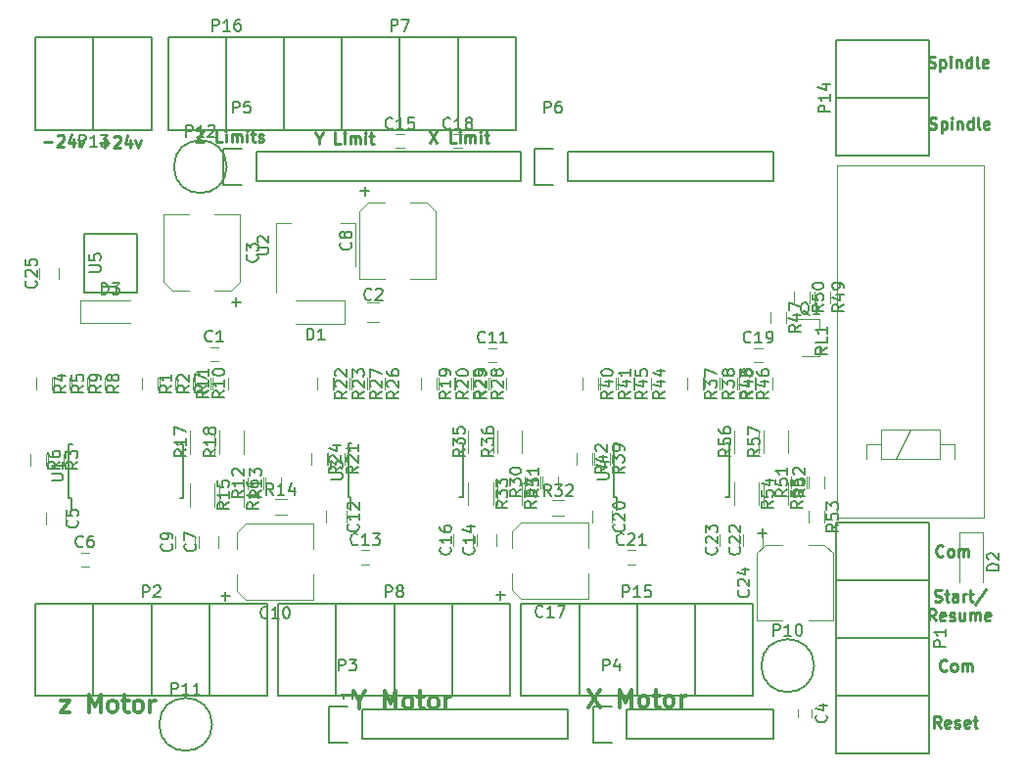
<source format=gto>
G04 #@! TF.FileFunction,Legend,Top*
%FSLAX46Y46*%
G04 Gerber Fmt 4.6, Leading zero omitted, Abs format (unit mm)*
G04 Created by KiCad (PCBNEW 4.0.2-stable) date 2017/04/12 1:03:06 PM*
%MOMM*%
G01*
G04 APERTURE LIST*
%ADD10C,0.100000*%
%ADD11C,0.250000*%
%ADD12C,0.300000*%
%ADD13C,0.150000*%
%ADD14C,0.120000*%
G04 APERTURE END LIST*
D10*
D11*
X112683714Y-73436429D02*
X113445619Y-73436429D01*
X113874190Y-72912619D02*
X113921809Y-72865000D01*
X114017047Y-72817381D01*
X114255143Y-72817381D01*
X114350381Y-72865000D01*
X114398000Y-72912619D01*
X114445619Y-73007857D01*
X114445619Y-73103095D01*
X114398000Y-73245952D01*
X113826571Y-73817381D01*
X114445619Y-73817381D01*
X115302762Y-73150714D02*
X115302762Y-73817381D01*
X115064666Y-72769762D02*
X114826571Y-73484048D01*
X115445619Y-73484048D01*
X115731333Y-73150714D02*
X115969428Y-73817381D01*
X116207524Y-73150714D01*
X117583714Y-73536429D02*
X118345619Y-73536429D01*
X117964667Y-73917381D02*
X117964667Y-73155476D01*
X118774190Y-73012619D02*
X118821809Y-72965000D01*
X118917047Y-72917381D01*
X119155143Y-72917381D01*
X119250381Y-72965000D01*
X119298000Y-73012619D01*
X119345619Y-73107857D01*
X119345619Y-73203095D01*
X119298000Y-73345952D01*
X118726571Y-73917381D01*
X119345619Y-73917381D01*
X120202762Y-73250714D02*
X120202762Y-73917381D01*
X119964666Y-72869762D02*
X119726571Y-73584048D01*
X120345619Y-73584048D01*
X120631333Y-73250714D02*
X120869428Y-73917381D01*
X121107524Y-73250714D01*
X146050381Y-72517381D02*
X146717048Y-73517381D01*
X146717048Y-72517381D02*
X146050381Y-73517381D01*
X148336096Y-73517381D02*
X147859905Y-73517381D01*
X147859905Y-72517381D01*
X148669429Y-73517381D02*
X148669429Y-72850714D01*
X148669429Y-72517381D02*
X148621810Y-72565000D01*
X148669429Y-72612619D01*
X148717048Y-72565000D01*
X148669429Y-72517381D01*
X148669429Y-72612619D01*
X149145619Y-73517381D02*
X149145619Y-72850714D01*
X149145619Y-72945952D02*
X149193238Y-72898333D01*
X149288476Y-72850714D01*
X149431334Y-72850714D01*
X149526572Y-72898333D01*
X149574191Y-72993571D01*
X149574191Y-73517381D01*
X149574191Y-72993571D02*
X149621810Y-72898333D01*
X149717048Y-72850714D01*
X149859905Y-72850714D01*
X149955143Y-72898333D01*
X150002762Y-72993571D01*
X150002762Y-73517381D01*
X150478952Y-73517381D02*
X150478952Y-72850714D01*
X150478952Y-72517381D02*
X150431333Y-72565000D01*
X150478952Y-72612619D01*
X150526571Y-72565000D01*
X150478952Y-72517381D01*
X150478952Y-72612619D01*
X150812285Y-72850714D02*
X151193237Y-72850714D01*
X150955142Y-72517381D02*
X150955142Y-73374524D01*
X151002761Y-73469762D01*
X151097999Y-73517381D01*
X151193237Y-73517381D01*
X136483714Y-73141190D02*
X136483714Y-73617381D01*
X136150381Y-72617381D02*
X136483714Y-73141190D01*
X136817048Y-72617381D01*
X138388477Y-73617381D02*
X137912286Y-73617381D01*
X137912286Y-72617381D01*
X138721810Y-73617381D02*
X138721810Y-72950714D01*
X138721810Y-72617381D02*
X138674191Y-72665000D01*
X138721810Y-72712619D01*
X138769429Y-72665000D01*
X138721810Y-72617381D01*
X138721810Y-72712619D01*
X139198000Y-73617381D02*
X139198000Y-72950714D01*
X139198000Y-73045952D02*
X139245619Y-72998333D01*
X139340857Y-72950714D01*
X139483715Y-72950714D01*
X139578953Y-72998333D01*
X139626572Y-73093571D01*
X139626572Y-73617381D01*
X139626572Y-73093571D02*
X139674191Y-72998333D01*
X139769429Y-72950714D01*
X139912286Y-72950714D01*
X140007524Y-72998333D01*
X140055143Y-73093571D01*
X140055143Y-73617381D01*
X140531333Y-73617381D02*
X140531333Y-72950714D01*
X140531333Y-72617381D02*
X140483714Y-72665000D01*
X140531333Y-72712619D01*
X140578952Y-72665000D01*
X140531333Y-72617381D01*
X140531333Y-72712619D01*
X140864666Y-72950714D02*
X141245618Y-72950714D01*
X141007523Y-72617381D02*
X141007523Y-73474524D01*
X141055142Y-73569762D01*
X141150380Y-73617381D01*
X141245618Y-73617381D01*
X125845619Y-72417381D02*
X126512286Y-72417381D01*
X125845619Y-73417381D01*
X126512286Y-73417381D01*
X128131334Y-73417381D02*
X127655143Y-73417381D01*
X127655143Y-72417381D01*
X128464667Y-73417381D02*
X128464667Y-72750714D01*
X128464667Y-72417381D02*
X128417048Y-72465000D01*
X128464667Y-72512619D01*
X128512286Y-72465000D01*
X128464667Y-72417381D01*
X128464667Y-72512619D01*
X128940857Y-73417381D02*
X128940857Y-72750714D01*
X128940857Y-72845952D02*
X128988476Y-72798333D01*
X129083714Y-72750714D01*
X129226572Y-72750714D01*
X129321810Y-72798333D01*
X129369429Y-72893571D01*
X129369429Y-73417381D01*
X129369429Y-72893571D02*
X129417048Y-72798333D01*
X129512286Y-72750714D01*
X129655143Y-72750714D01*
X129750381Y-72798333D01*
X129798000Y-72893571D01*
X129798000Y-73417381D01*
X130274190Y-73417381D02*
X130274190Y-72750714D01*
X130274190Y-72417381D02*
X130226571Y-72465000D01*
X130274190Y-72512619D01*
X130321809Y-72465000D01*
X130274190Y-72417381D01*
X130274190Y-72512619D01*
X130607523Y-72750714D02*
X130988475Y-72750714D01*
X130750380Y-72417381D02*
X130750380Y-73274524D01*
X130797999Y-73369762D01*
X130893237Y-73417381D01*
X130988475Y-73417381D01*
X131274190Y-73369762D02*
X131369428Y-73417381D01*
X131559904Y-73417381D01*
X131655143Y-73369762D01*
X131702762Y-73274524D01*
X131702762Y-73226905D01*
X131655143Y-73131667D01*
X131559904Y-73084048D01*
X131417047Y-73084048D01*
X131321809Y-73036429D01*
X131274190Y-72941190D01*
X131274190Y-72893571D01*
X131321809Y-72798333D01*
X131417047Y-72750714D01*
X131559904Y-72750714D01*
X131655143Y-72798333D01*
X189326571Y-72269762D02*
X189469428Y-72317381D01*
X189707524Y-72317381D01*
X189802762Y-72269762D01*
X189850381Y-72222143D01*
X189898000Y-72126905D01*
X189898000Y-72031667D01*
X189850381Y-71936429D01*
X189802762Y-71888810D01*
X189707524Y-71841190D01*
X189517047Y-71793571D01*
X189421809Y-71745952D01*
X189374190Y-71698333D01*
X189326571Y-71603095D01*
X189326571Y-71507857D01*
X189374190Y-71412619D01*
X189421809Y-71365000D01*
X189517047Y-71317381D01*
X189755143Y-71317381D01*
X189898000Y-71365000D01*
X190326571Y-71650714D02*
X190326571Y-72650714D01*
X190326571Y-71698333D02*
X190421809Y-71650714D01*
X190612286Y-71650714D01*
X190707524Y-71698333D01*
X190755143Y-71745952D01*
X190802762Y-71841190D01*
X190802762Y-72126905D01*
X190755143Y-72222143D01*
X190707524Y-72269762D01*
X190612286Y-72317381D01*
X190421809Y-72317381D01*
X190326571Y-72269762D01*
X191231333Y-72317381D02*
X191231333Y-71650714D01*
X191231333Y-71317381D02*
X191183714Y-71365000D01*
X191231333Y-71412619D01*
X191278952Y-71365000D01*
X191231333Y-71317381D01*
X191231333Y-71412619D01*
X191707523Y-71650714D02*
X191707523Y-72317381D01*
X191707523Y-71745952D02*
X191755142Y-71698333D01*
X191850380Y-71650714D01*
X191993238Y-71650714D01*
X192088476Y-71698333D01*
X192136095Y-71793571D01*
X192136095Y-72317381D01*
X193040857Y-72317381D02*
X193040857Y-71317381D01*
X193040857Y-72269762D02*
X192945619Y-72317381D01*
X192755142Y-72317381D01*
X192659904Y-72269762D01*
X192612285Y-72222143D01*
X192564666Y-72126905D01*
X192564666Y-71841190D01*
X192612285Y-71745952D01*
X192659904Y-71698333D01*
X192755142Y-71650714D01*
X192945619Y-71650714D01*
X193040857Y-71698333D01*
X193659904Y-72317381D02*
X193564666Y-72269762D01*
X193517047Y-72174524D01*
X193517047Y-71317381D01*
X194421810Y-72269762D02*
X194326572Y-72317381D01*
X194136095Y-72317381D01*
X194040857Y-72269762D01*
X193993238Y-72174524D01*
X193993238Y-71793571D01*
X194040857Y-71698333D01*
X194136095Y-71650714D01*
X194326572Y-71650714D01*
X194421810Y-71698333D01*
X194469429Y-71793571D01*
X194469429Y-71888810D01*
X193993238Y-71984048D01*
X189226571Y-66969762D02*
X189369428Y-67017381D01*
X189607524Y-67017381D01*
X189702762Y-66969762D01*
X189750381Y-66922143D01*
X189798000Y-66826905D01*
X189798000Y-66731667D01*
X189750381Y-66636429D01*
X189702762Y-66588810D01*
X189607524Y-66541190D01*
X189417047Y-66493571D01*
X189321809Y-66445952D01*
X189274190Y-66398333D01*
X189226571Y-66303095D01*
X189226571Y-66207857D01*
X189274190Y-66112619D01*
X189321809Y-66065000D01*
X189417047Y-66017381D01*
X189655143Y-66017381D01*
X189798000Y-66065000D01*
X190226571Y-66350714D02*
X190226571Y-67350714D01*
X190226571Y-66398333D02*
X190321809Y-66350714D01*
X190512286Y-66350714D01*
X190607524Y-66398333D01*
X190655143Y-66445952D01*
X190702762Y-66541190D01*
X190702762Y-66826905D01*
X190655143Y-66922143D01*
X190607524Y-66969762D01*
X190512286Y-67017381D01*
X190321809Y-67017381D01*
X190226571Y-66969762D01*
X191131333Y-67017381D02*
X191131333Y-66350714D01*
X191131333Y-66017381D02*
X191083714Y-66065000D01*
X191131333Y-66112619D01*
X191178952Y-66065000D01*
X191131333Y-66017381D01*
X191131333Y-66112619D01*
X191607523Y-66350714D02*
X191607523Y-67017381D01*
X191607523Y-66445952D02*
X191655142Y-66398333D01*
X191750380Y-66350714D01*
X191893238Y-66350714D01*
X191988476Y-66398333D01*
X192036095Y-66493571D01*
X192036095Y-67017381D01*
X192940857Y-67017381D02*
X192940857Y-66017381D01*
X192940857Y-66969762D02*
X192845619Y-67017381D01*
X192655142Y-67017381D01*
X192559904Y-66969762D01*
X192512285Y-66922143D01*
X192464666Y-66826905D01*
X192464666Y-66541190D01*
X192512285Y-66445952D01*
X192559904Y-66398333D01*
X192655142Y-66350714D01*
X192845619Y-66350714D01*
X192940857Y-66398333D01*
X193559904Y-67017381D02*
X193464666Y-66969762D01*
X193417047Y-66874524D01*
X193417047Y-66017381D01*
X194321810Y-66969762D02*
X194226572Y-67017381D01*
X194036095Y-67017381D01*
X193940857Y-66969762D01*
X193893238Y-66874524D01*
X193893238Y-66493571D01*
X193940857Y-66398333D01*
X194036095Y-66350714D01*
X194226572Y-66350714D01*
X194321810Y-66398333D01*
X194369429Y-66493571D01*
X194369429Y-66588810D01*
X193893238Y-66684048D01*
X190488477Y-109222143D02*
X190440858Y-109269762D01*
X190298001Y-109317381D01*
X190202763Y-109317381D01*
X190059905Y-109269762D01*
X189964667Y-109174524D01*
X189917048Y-109079286D01*
X189869429Y-108888810D01*
X189869429Y-108745952D01*
X189917048Y-108555476D01*
X189964667Y-108460238D01*
X190059905Y-108365000D01*
X190202763Y-108317381D01*
X190298001Y-108317381D01*
X190440858Y-108365000D01*
X190488477Y-108412619D01*
X191059905Y-109317381D02*
X190964667Y-109269762D01*
X190917048Y-109222143D01*
X190869429Y-109126905D01*
X190869429Y-108841190D01*
X190917048Y-108745952D01*
X190964667Y-108698333D01*
X191059905Y-108650714D01*
X191202763Y-108650714D01*
X191298001Y-108698333D01*
X191345620Y-108745952D01*
X191393239Y-108841190D01*
X191393239Y-109126905D01*
X191345620Y-109222143D01*
X191298001Y-109269762D01*
X191202763Y-109317381D01*
X191059905Y-109317381D01*
X191821810Y-109317381D02*
X191821810Y-108650714D01*
X191821810Y-108745952D02*
X191869429Y-108698333D01*
X191964667Y-108650714D01*
X192107525Y-108650714D01*
X192202763Y-108698333D01*
X192250382Y-108793571D01*
X192250382Y-109317381D01*
X192250382Y-108793571D02*
X192298001Y-108698333D01*
X192393239Y-108650714D01*
X192536096Y-108650714D01*
X192631334Y-108698333D01*
X192678953Y-108793571D01*
X192678953Y-109317381D01*
X190788477Y-119122143D02*
X190740858Y-119169762D01*
X190598001Y-119217381D01*
X190502763Y-119217381D01*
X190359905Y-119169762D01*
X190264667Y-119074524D01*
X190217048Y-118979286D01*
X190169429Y-118788810D01*
X190169429Y-118645952D01*
X190217048Y-118455476D01*
X190264667Y-118360238D01*
X190359905Y-118265000D01*
X190502763Y-118217381D01*
X190598001Y-118217381D01*
X190740858Y-118265000D01*
X190788477Y-118312619D01*
X191359905Y-119217381D02*
X191264667Y-119169762D01*
X191217048Y-119122143D01*
X191169429Y-119026905D01*
X191169429Y-118741190D01*
X191217048Y-118645952D01*
X191264667Y-118598333D01*
X191359905Y-118550714D01*
X191502763Y-118550714D01*
X191598001Y-118598333D01*
X191645620Y-118645952D01*
X191693239Y-118741190D01*
X191693239Y-119026905D01*
X191645620Y-119122143D01*
X191598001Y-119169762D01*
X191502763Y-119217381D01*
X191359905Y-119217381D01*
X192121810Y-119217381D02*
X192121810Y-118550714D01*
X192121810Y-118645952D02*
X192169429Y-118598333D01*
X192264667Y-118550714D01*
X192407525Y-118550714D01*
X192502763Y-118598333D01*
X192550382Y-118693571D01*
X192550382Y-119217381D01*
X192550382Y-118693571D02*
X192598001Y-118598333D01*
X192693239Y-118550714D01*
X192836096Y-118550714D01*
X192931334Y-118598333D01*
X192978953Y-118693571D01*
X192978953Y-119217381D01*
X189755142Y-113144762D02*
X189897999Y-113192381D01*
X190136095Y-113192381D01*
X190231333Y-113144762D01*
X190278952Y-113097143D01*
X190326571Y-113001905D01*
X190326571Y-112906667D01*
X190278952Y-112811429D01*
X190231333Y-112763810D01*
X190136095Y-112716190D01*
X189945618Y-112668571D01*
X189850380Y-112620952D01*
X189802761Y-112573333D01*
X189755142Y-112478095D01*
X189755142Y-112382857D01*
X189802761Y-112287619D01*
X189850380Y-112240000D01*
X189945618Y-112192381D01*
X190183714Y-112192381D01*
X190326571Y-112240000D01*
X190612285Y-112525714D02*
X190993237Y-112525714D01*
X190755142Y-112192381D02*
X190755142Y-113049524D01*
X190802761Y-113144762D01*
X190897999Y-113192381D01*
X190993237Y-113192381D01*
X191755143Y-113192381D02*
X191755143Y-112668571D01*
X191707524Y-112573333D01*
X191612286Y-112525714D01*
X191421809Y-112525714D01*
X191326571Y-112573333D01*
X191755143Y-113144762D02*
X191659905Y-113192381D01*
X191421809Y-113192381D01*
X191326571Y-113144762D01*
X191278952Y-113049524D01*
X191278952Y-112954286D01*
X191326571Y-112859048D01*
X191421809Y-112811429D01*
X191659905Y-112811429D01*
X191755143Y-112763810D01*
X192231333Y-113192381D02*
X192231333Y-112525714D01*
X192231333Y-112716190D02*
X192278952Y-112620952D01*
X192326571Y-112573333D01*
X192421809Y-112525714D01*
X192517048Y-112525714D01*
X192707524Y-112525714D02*
X193088476Y-112525714D01*
X192850381Y-112192381D02*
X192850381Y-113049524D01*
X192898000Y-113144762D01*
X192993238Y-113192381D01*
X193088476Y-113192381D01*
X194136096Y-112144762D02*
X193278953Y-113430476D01*
X189826572Y-114842381D02*
X189493238Y-114366190D01*
X189255143Y-114842381D02*
X189255143Y-113842381D01*
X189636096Y-113842381D01*
X189731334Y-113890000D01*
X189778953Y-113937619D01*
X189826572Y-114032857D01*
X189826572Y-114175714D01*
X189778953Y-114270952D01*
X189731334Y-114318571D01*
X189636096Y-114366190D01*
X189255143Y-114366190D01*
X190636096Y-114794762D02*
X190540858Y-114842381D01*
X190350381Y-114842381D01*
X190255143Y-114794762D01*
X190207524Y-114699524D01*
X190207524Y-114318571D01*
X190255143Y-114223333D01*
X190350381Y-114175714D01*
X190540858Y-114175714D01*
X190636096Y-114223333D01*
X190683715Y-114318571D01*
X190683715Y-114413810D01*
X190207524Y-114509048D01*
X191064667Y-114794762D02*
X191159905Y-114842381D01*
X191350381Y-114842381D01*
X191445620Y-114794762D01*
X191493239Y-114699524D01*
X191493239Y-114651905D01*
X191445620Y-114556667D01*
X191350381Y-114509048D01*
X191207524Y-114509048D01*
X191112286Y-114461429D01*
X191064667Y-114366190D01*
X191064667Y-114318571D01*
X191112286Y-114223333D01*
X191207524Y-114175714D01*
X191350381Y-114175714D01*
X191445620Y-114223333D01*
X192350382Y-114175714D02*
X192350382Y-114842381D01*
X191921810Y-114175714D02*
X191921810Y-114699524D01*
X191969429Y-114794762D01*
X192064667Y-114842381D01*
X192207525Y-114842381D01*
X192302763Y-114794762D01*
X192350382Y-114747143D01*
X192826572Y-114842381D02*
X192826572Y-114175714D01*
X192826572Y-114270952D02*
X192874191Y-114223333D01*
X192969429Y-114175714D01*
X193112287Y-114175714D01*
X193207525Y-114223333D01*
X193255144Y-114318571D01*
X193255144Y-114842381D01*
X193255144Y-114318571D02*
X193302763Y-114223333D01*
X193398001Y-114175714D01*
X193540858Y-114175714D01*
X193636096Y-114223333D01*
X193683715Y-114318571D01*
X193683715Y-114842381D01*
X194540858Y-114794762D02*
X194445620Y-114842381D01*
X194255143Y-114842381D01*
X194159905Y-114794762D01*
X194112286Y-114699524D01*
X194112286Y-114318571D01*
X194159905Y-114223333D01*
X194255143Y-114175714D01*
X194445620Y-114175714D01*
X194540858Y-114223333D01*
X194588477Y-114318571D01*
X194588477Y-114413810D01*
X194112286Y-114509048D01*
X190259905Y-124117381D02*
X189926571Y-123641190D01*
X189688476Y-124117381D02*
X189688476Y-123117381D01*
X190069429Y-123117381D01*
X190164667Y-123165000D01*
X190212286Y-123212619D01*
X190259905Y-123307857D01*
X190259905Y-123450714D01*
X190212286Y-123545952D01*
X190164667Y-123593571D01*
X190069429Y-123641190D01*
X189688476Y-123641190D01*
X191069429Y-124069762D02*
X190974191Y-124117381D01*
X190783714Y-124117381D01*
X190688476Y-124069762D01*
X190640857Y-123974524D01*
X190640857Y-123593571D01*
X190688476Y-123498333D01*
X190783714Y-123450714D01*
X190974191Y-123450714D01*
X191069429Y-123498333D01*
X191117048Y-123593571D01*
X191117048Y-123688810D01*
X190640857Y-123784048D01*
X191498000Y-124069762D02*
X191593238Y-124117381D01*
X191783714Y-124117381D01*
X191878953Y-124069762D01*
X191926572Y-123974524D01*
X191926572Y-123926905D01*
X191878953Y-123831667D01*
X191783714Y-123784048D01*
X191640857Y-123784048D01*
X191545619Y-123736429D01*
X191498000Y-123641190D01*
X191498000Y-123593571D01*
X191545619Y-123498333D01*
X191640857Y-123450714D01*
X191783714Y-123450714D01*
X191878953Y-123498333D01*
X192736096Y-124069762D02*
X192640858Y-124117381D01*
X192450381Y-124117381D01*
X192355143Y-124069762D01*
X192307524Y-123974524D01*
X192307524Y-123593571D01*
X192355143Y-123498333D01*
X192450381Y-123450714D01*
X192640858Y-123450714D01*
X192736096Y-123498333D01*
X192783715Y-123593571D01*
X192783715Y-123688810D01*
X192307524Y-123784048D01*
X193069429Y-123450714D02*
X193450381Y-123450714D01*
X193212286Y-123117381D02*
X193212286Y-123974524D01*
X193259905Y-124069762D01*
X193355143Y-124117381D01*
X193450381Y-124117381D01*
D12*
X159819429Y-120843571D02*
X160819429Y-122343571D01*
X160819429Y-120843571D02*
X159819429Y-122343571D01*
X162533714Y-122343571D02*
X162533714Y-120843571D01*
X163033714Y-121915000D01*
X163533714Y-120843571D01*
X163533714Y-122343571D01*
X164462286Y-122343571D02*
X164319428Y-122272143D01*
X164248000Y-122200714D01*
X164176571Y-122057857D01*
X164176571Y-121629286D01*
X164248000Y-121486429D01*
X164319428Y-121415000D01*
X164462286Y-121343571D01*
X164676571Y-121343571D01*
X164819428Y-121415000D01*
X164890857Y-121486429D01*
X164962286Y-121629286D01*
X164962286Y-122057857D01*
X164890857Y-122200714D01*
X164819428Y-122272143D01*
X164676571Y-122343571D01*
X164462286Y-122343571D01*
X165390857Y-121343571D02*
X165962286Y-121343571D01*
X165605143Y-120843571D02*
X165605143Y-122129286D01*
X165676571Y-122272143D01*
X165819429Y-122343571D01*
X165962286Y-122343571D01*
X166676572Y-122343571D02*
X166533714Y-122272143D01*
X166462286Y-122200714D01*
X166390857Y-122057857D01*
X166390857Y-121629286D01*
X166462286Y-121486429D01*
X166533714Y-121415000D01*
X166676572Y-121343571D01*
X166890857Y-121343571D01*
X167033714Y-121415000D01*
X167105143Y-121486429D01*
X167176572Y-121629286D01*
X167176572Y-122057857D01*
X167105143Y-122200714D01*
X167033714Y-122272143D01*
X166890857Y-122343571D01*
X166676572Y-122343571D01*
X167819429Y-122343571D02*
X167819429Y-121343571D01*
X167819429Y-121629286D02*
X167890857Y-121486429D01*
X167962286Y-121415000D01*
X168105143Y-121343571D01*
X168248000Y-121343571D01*
X140019429Y-121729286D02*
X140019429Y-122443571D01*
X139519429Y-120943571D02*
X140019429Y-121729286D01*
X140519429Y-120943571D01*
X142162286Y-122443571D02*
X142162286Y-120943571D01*
X142662286Y-122015000D01*
X143162286Y-120943571D01*
X143162286Y-122443571D01*
X144090858Y-122443571D02*
X143948000Y-122372143D01*
X143876572Y-122300714D01*
X143805143Y-122157857D01*
X143805143Y-121729286D01*
X143876572Y-121586429D01*
X143948000Y-121515000D01*
X144090858Y-121443571D01*
X144305143Y-121443571D01*
X144448000Y-121515000D01*
X144519429Y-121586429D01*
X144590858Y-121729286D01*
X144590858Y-122157857D01*
X144519429Y-122300714D01*
X144448000Y-122372143D01*
X144305143Y-122443571D01*
X144090858Y-122443571D01*
X145019429Y-121443571D02*
X145590858Y-121443571D01*
X145233715Y-120943571D02*
X145233715Y-122229286D01*
X145305143Y-122372143D01*
X145448001Y-122443571D01*
X145590858Y-122443571D01*
X146305144Y-122443571D02*
X146162286Y-122372143D01*
X146090858Y-122300714D01*
X146019429Y-122157857D01*
X146019429Y-121729286D01*
X146090858Y-121586429D01*
X146162286Y-121515000D01*
X146305144Y-121443571D01*
X146519429Y-121443571D01*
X146662286Y-121515000D01*
X146733715Y-121586429D01*
X146805144Y-121729286D01*
X146805144Y-122157857D01*
X146733715Y-122300714D01*
X146662286Y-122372143D01*
X146519429Y-122443571D01*
X146305144Y-122443571D01*
X147448001Y-122443571D02*
X147448001Y-121443571D01*
X147448001Y-121729286D02*
X147519429Y-121586429D01*
X147590858Y-121515000D01*
X147733715Y-121443571D01*
X147876572Y-121443571D01*
X114126572Y-121743571D02*
X114912286Y-121743571D01*
X114126572Y-122743571D01*
X114912286Y-122743571D01*
X116626572Y-122743571D02*
X116626572Y-121243571D01*
X117126572Y-122315000D01*
X117626572Y-121243571D01*
X117626572Y-122743571D01*
X118555144Y-122743571D02*
X118412286Y-122672143D01*
X118340858Y-122600714D01*
X118269429Y-122457857D01*
X118269429Y-122029286D01*
X118340858Y-121886429D01*
X118412286Y-121815000D01*
X118555144Y-121743571D01*
X118769429Y-121743571D01*
X118912286Y-121815000D01*
X118983715Y-121886429D01*
X119055144Y-122029286D01*
X119055144Y-122457857D01*
X118983715Y-122600714D01*
X118912286Y-122672143D01*
X118769429Y-122743571D01*
X118555144Y-122743571D01*
X119483715Y-121743571D02*
X120055144Y-121743571D01*
X119698001Y-121243571D02*
X119698001Y-122529286D01*
X119769429Y-122672143D01*
X119912287Y-122743571D01*
X120055144Y-122743571D01*
X120769430Y-122743571D02*
X120626572Y-122672143D01*
X120555144Y-122600714D01*
X120483715Y-122457857D01*
X120483715Y-122029286D01*
X120555144Y-121886429D01*
X120626572Y-121815000D01*
X120769430Y-121743571D01*
X120983715Y-121743571D01*
X121126572Y-121815000D01*
X121198001Y-121886429D01*
X121269430Y-122029286D01*
X121269430Y-122457857D01*
X121198001Y-122600714D01*
X121126572Y-122672143D01*
X120983715Y-122743571D01*
X120769430Y-122743571D01*
X121912287Y-122743571D02*
X121912287Y-121743571D01*
X121912287Y-122029286D02*
X121983715Y-121886429D01*
X122055144Y-121815000D01*
X122198001Y-121743571D01*
X122340858Y-121743571D01*
D13*
X139390381Y-120999285D02*
X139390381Y-121570714D01*
X139390381Y-121285000D02*
X138390381Y-121285000D01*
X138533238Y-121380238D01*
X138628476Y-121475476D01*
X138676095Y-121570714D01*
X128524000Y-75565000D02*
G75*
G03X128524000Y-75565000I-2286000J0D01*
G01*
X157988000Y-76835000D02*
X175768000Y-76835000D01*
X175768000Y-76835000D02*
X175768000Y-74295000D01*
X175768000Y-74295000D02*
X157988000Y-74295000D01*
X155168000Y-77115000D02*
X156718000Y-77115000D01*
X157988000Y-76835000D02*
X157988000Y-74295000D01*
X156718000Y-74015000D02*
X155168000Y-74015000D01*
X155168000Y-74015000D02*
X155168000Y-77115000D01*
X179324000Y-118745000D02*
G75*
G03X179324000Y-118745000I-2286000J0D01*
G01*
X116998000Y-64365000D02*
X116998000Y-72365000D01*
X121998000Y-64365000D02*
X121998000Y-72365000D01*
X121998000Y-72365000D02*
X111998000Y-72365000D01*
X111998000Y-72365000D02*
X111998000Y-64365000D01*
X111998000Y-64365000D02*
X121998000Y-64365000D01*
X189248000Y-69615000D02*
X181248000Y-69615000D01*
X189248000Y-74615000D02*
X181248000Y-74615000D01*
X181248000Y-74615000D02*
X181248000Y-64615000D01*
X181248000Y-64615000D02*
X189248000Y-64615000D01*
X189248000Y-64615000D02*
X189248000Y-74615000D01*
D14*
X137818000Y-94865000D02*
X137818000Y-93865000D01*
X139178000Y-93865000D02*
X139178000Y-94865000D01*
X135818000Y-101365000D02*
X135818000Y-100365000D01*
X137178000Y-100365000D02*
X137178000Y-101365000D01*
X186418000Y-100825000D02*
X187688000Y-98285000D01*
X190228000Y-99555000D02*
X191498000Y-99555000D01*
X191498000Y-99555000D02*
X191498000Y-100825000D01*
X183878000Y-100825000D02*
X183878000Y-99555000D01*
X183878000Y-99555000D02*
X185148000Y-99555000D01*
X185148000Y-99555000D02*
X185148000Y-98285000D01*
X185148000Y-98285000D02*
X190228000Y-98285000D01*
X190228000Y-98285000D02*
X190228000Y-100825000D01*
X190228000Y-100825000D02*
X185148000Y-100825000D01*
X185148000Y-100825000D02*
X185148000Y-99555000D01*
X181338000Y-105905000D02*
X181338000Y-75425000D01*
X181338000Y-75425000D02*
X194038000Y-75425000D01*
X194038000Y-75425000D02*
X194038000Y-105905000D01*
X194038000Y-105905000D02*
X181338000Y-105905000D01*
D13*
X114835000Y-104266000D02*
X115060000Y-104266000D01*
X114835000Y-99616000D02*
X115160000Y-99616000D01*
X124785000Y-99616000D02*
X124460000Y-99616000D01*
X124785000Y-104266000D02*
X124460000Y-104266000D01*
X114835000Y-104266000D02*
X114835000Y-99616000D01*
X124785000Y-104266000D02*
X124785000Y-99616000D01*
X115060000Y-104266000D02*
X115060000Y-105341000D01*
D14*
X139608000Y-80455000D02*
X138348000Y-80455000D01*
X132788000Y-80455000D02*
X134048000Y-80455000D01*
X139608000Y-84215000D02*
X139608000Y-80455000D01*
X132788000Y-86465000D02*
X132788000Y-80455000D01*
D13*
X139023000Y-104190000D02*
X139248000Y-104190000D01*
X139023000Y-99540000D02*
X139348000Y-99540000D01*
X148973000Y-99540000D02*
X148648000Y-99540000D01*
X148973000Y-104190000D02*
X148648000Y-104190000D01*
X139023000Y-104190000D02*
X139023000Y-99540000D01*
X148973000Y-104190000D02*
X148973000Y-99540000D01*
X139248000Y-104190000D02*
X139248000Y-105265000D01*
X162023000Y-104190000D02*
X162248000Y-104190000D01*
X162023000Y-99540000D02*
X162348000Y-99540000D01*
X171973000Y-99540000D02*
X171648000Y-99540000D01*
X171973000Y-104190000D02*
X171648000Y-104190000D01*
X162023000Y-104190000D02*
X162023000Y-99540000D01*
X171973000Y-104190000D02*
X171973000Y-99540000D01*
X162248000Y-104190000D02*
X162248000Y-105265000D01*
X168998000Y-121365000D02*
X168998000Y-113365000D01*
X163998000Y-121365000D02*
X163998000Y-113365000D01*
X158998000Y-121365000D02*
X158998000Y-113365000D01*
X153998000Y-121365000D02*
X153998000Y-113365000D01*
X153998000Y-113365000D02*
X173998000Y-113365000D01*
X173998000Y-113365000D02*
X173998000Y-121365000D01*
X173998000Y-121365000D02*
X153998000Y-121365000D01*
D14*
X127080000Y-91181000D02*
X127780000Y-91181000D01*
X127780000Y-92381000D02*
X127080000Y-92381000D01*
X141698000Y-87315000D02*
X140698000Y-87315000D01*
X140698000Y-89015000D02*
X141698000Y-89015000D01*
X179098000Y-122515000D02*
X179098000Y-123215000D01*
X177898000Y-123215000D02*
X177898000Y-122515000D01*
X114564000Y-106505000D02*
X114564000Y-105505000D01*
X112864000Y-105505000D02*
X112864000Y-106505000D01*
X115904000Y-108961000D02*
X116604000Y-108961000D01*
X116604000Y-110161000D02*
X115904000Y-110161000D01*
X126072000Y-107537000D02*
X126072000Y-108537000D01*
X127772000Y-108537000D02*
X127772000Y-107537000D01*
X124040000Y-107537000D02*
X124040000Y-108537000D01*
X125740000Y-108537000D02*
X125740000Y-107537000D01*
X151148000Y-91265000D02*
X151848000Y-91265000D01*
X151848000Y-92465000D02*
X151148000Y-92465000D01*
X138848000Y-106365000D02*
X138848000Y-105365000D01*
X137148000Y-105365000D02*
X137148000Y-106365000D01*
X140148000Y-108765000D02*
X140848000Y-108765000D01*
X140848000Y-109965000D02*
X140148000Y-109965000D01*
X150148000Y-107365000D02*
X150148000Y-108365000D01*
X151848000Y-108365000D02*
X151848000Y-107365000D01*
X143148000Y-72765000D02*
X143848000Y-72765000D01*
X143848000Y-73965000D02*
X143148000Y-73965000D01*
X148148000Y-107365000D02*
X148148000Y-108365000D01*
X149848000Y-108365000D02*
X149848000Y-107365000D01*
X148148000Y-72765000D02*
X148848000Y-72765000D01*
X148848000Y-73965000D02*
X148148000Y-73965000D01*
X174148000Y-91265000D02*
X174848000Y-91265000D01*
X174848000Y-92465000D02*
X174148000Y-92465000D01*
X161848000Y-106365000D02*
X161848000Y-105365000D01*
X160148000Y-105365000D02*
X160148000Y-106365000D01*
X163148000Y-108765000D02*
X163848000Y-108765000D01*
X163848000Y-109965000D02*
X163148000Y-109965000D01*
X173148000Y-107365000D02*
X173148000Y-108365000D01*
X174848000Y-108365000D02*
X174848000Y-107365000D01*
X171148000Y-107365000D02*
X171148000Y-108365000D01*
X172848000Y-108365000D02*
X172848000Y-107365000D01*
X179758000Y-91945000D02*
X179758000Y-91015000D01*
X179758000Y-88785000D02*
X179758000Y-89715000D01*
X179758000Y-88785000D02*
X177598000Y-88785000D01*
X179758000Y-91945000D02*
X178298000Y-91945000D01*
X121162000Y-94821000D02*
X121162000Y-93821000D01*
X122522000Y-93821000D02*
X122522000Y-94821000D01*
X122686000Y-94821000D02*
X122686000Y-93821000D01*
X124046000Y-93821000D02*
X124046000Y-94821000D01*
X113034000Y-101425000D02*
X113034000Y-100425000D01*
X114394000Y-100425000D02*
X114394000Y-101425000D01*
X112018000Y-94821000D02*
X112018000Y-93821000D01*
X113378000Y-93821000D02*
X113378000Y-94821000D01*
X113542000Y-94821000D02*
X113542000Y-93821000D01*
X114902000Y-93821000D02*
X114902000Y-94821000D01*
X111510000Y-101425000D02*
X111510000Y-100425000D01*
X112870000Y-100425000D02*
X112870000Y-101425000D01*
X115066000Y-94821000D02*
X115066000Y-93821000D01*
X116426000Y-93821000D02*
X116426000Y-94821000D01*
X125734000Y-94821000D02*
X125734000Y-93821000D01*
X127094000Y-93821000D02*
X127094000Y-94821000D01*
X128618000Y-93821000D02*
X128618000Y-94821000D01*
X127258000Y-94821000D02*
X127258000Y-93821000D01*
X131666000Y-102457000D02*
X131666000Y-103457000D01*
X130306000Y-103457000D02*
X130306000Y-102457000D01*
X145318000Y-94865000D02*
X145318000Y-93865000D01*
X146678000Y-93865000D02*
X146678000Y-94865000D01*
X146818000Y-94865000D02*
X146818000Y-93865000D01*
X148178000Y-93865000D02*
X148178000Y-94865000D01*
X148318000Y-94865000D02*
X148318000Y-93865000D01*
X149678000Y-93865000D02*
X149678000Y-94865000D01*
X140818000Y-94865000D02*
X140818000Y-93865000D01*
X142178000Y-93865000D02*
X142178000Y-94865000D01*
X139318000Y-94865000D02*
X139318000Y-93865000D01*
X140678000Y-93865000D02*
X140678000Y-94865000D01*
X149818000Y-94865000D02*
X149818000Y-93865000D01*
X151178000Y-93865000D02*
X151178000Y-94865000D01*
X157178000Y-102365000D02*
X157178000Y-103365000D01*
X155818000Y-103365000D02*
X155818000Y-102365000D01*
X157698000Y-105745000D02*
X156698000Y-105745000D01*
X156698000Y-104385000D02*
X157698000Y-104385000D01*
X168318000Y-94865000D02*
X168318000Y-93865000D01*
X169678000Y-93865000D02*
X169678000Y-94865000D01*
X160318000Y-101365000D02*
X160318000Y-100365000D01*
X161678000Y-100365000D02*
X161678000Y-101365000D01*
X160818000Y-94865000D02*
X160818000Y-93865000D01*
X162178000Y-93865000D02*
X162178000Y-94865000D01*
X158818000Y-101365000D02*
X158818000Y-100365000D01*
X160178000Y-100365000D02*
X160178000Y-101365000D01*
X162318000Y-94865000D02*
X162318000Y-93865000D01*
X163678000Y-93865000D02*
X163678000Y-94865000D01*
X172818000Y-94865000D02*
X172818000Y-93865000D01*
X174178000Y-93865000D02*
X174178000Y-94865000D01*
X175568000Y-89115000D02*
X175568000Y-88115000D01*
X176928000Y-88115000D02*
X176928000Y-89115000D01*
X175678000Y-93865000D02*
X175678000Y-94865000D01*
X174318000Y-94865000D02*
X174318000Y-93865000D01*
X179318000Y-87365000D02*
X179318000Y-86365000D01*
X180678000Y-86365000D02*
X180678000Y-87365000D01*
X177568000Y-87365000D02*
X177568000Y-86365000D01*
X178928000Y-86365000D02*
X178928000Y-87365000D01*
X178818000Y-106365000D02*
X178818000Y-105365000D01*
X180178000Y-105365000D02*
X180178000Y-106365000D01*
X124210000Y-94821000D02*
X124210000Y-93821000D01*
X125570000Y-93821000D02*
X125570000Y-94821000D01*
X116590000Y-94821000D02*
X116590000Y-93821000D01*
X117950000Y-93821000D02*
X117950000Y-94821000D01*
X133190000Y-102457000D02*
X133190000Y-103457000D01*
X131830000Y-103457000D02*
X131830000Y-102457000D01*
X133698000Y-105645000D02*
X132698000Y-105645000D01*
X132698000Y-104285000D02*
X133698000Y-104285000D01*
X127884000Y-104973000D02*
X127884000Y-102973000D01*
X130024000Y-102973000D02*
X130024000Y-104973000D01*
X130024000Y-98401000D02*
X130024000Y-100401000D01*
X127884000Y-100401000D02*
X127884000Y-98401000D01*
X152678000Y-93865000D02*
X152678000Y-94865000D01*
X151318000Y-94865000D02*
X151318000Y-93865000D01*
X155678000Y-102365000D02*
X155678000Y-103365000D01*
X154318000Y-103365000D02*
X154318000Y-102365000D01*
X151568000Y-98365000D02*
X151568000Y-100365000D01*
X149428000Y-100365000D02*
X149428000Y-98365000D01*
X154068000Y-98365000D02*
X154068000Y-100365000D01*
X151928000Y-100365000D02*
X151928000Y-98365000D01*
X169818000Y-94865000D02*
X169818000Y-93865000D01*
X171178000Y-93865000D02*
X171178000Y-94865000D01*
X159318000Y-94865000D02*
X159318000Y-93865000D01*
X160678000Y-93865000D02*
X160678000Y-94865000D01*
X178678000Y-102365000D02*
X178678000Y-103365000D01*
X177318000Y-103365000D02*
X177318000Y-102365000D01*
X180178000Y-102365000D02*
X180178000Y-103365000D01*
X178818000Y-103365000D02*
X178818000Y-102365000D01*
X177068000Y-98365000D02*
X177068000Y-100365000D01*
X174928000Y-100365000D02*
X174928000Y-98365000D01*
D13*
X181248000Y-121365000D02*
X189248000Y-121365000D01*
X181248000Y-116365000D02*
X189248000Y-116365000D01*
X181248000Y-111365000D02*
X189248000Y-111365000D01*
X181248000Y-106365000D02*
X189248000Y-106365000D01*
X189248000Y-106365000D02*
X189248000Y-126365000D01*
X189248000Y-126365000D02*
X181248000Y-126365000D01*
X181248000Y-126365000D02*
X181248000Y-106365000D01*
X126998000Y-121365000D02*
X126998000Y-113365000D01*
X121998000Y-121365000D02*
X121998000Y-113365000D01*
X116998000Y-121365000D02*
X116998000Y-113365000D01*
X111998000Y-121365000D02*
X111998000Y-113365000D01*
X111998000Y-113365000D02*
X131998000Y-113365000D01*
X131998000Y-113365000D02*
X131998000Y-121365000D01*
X131998000Y-121365000D02*
X111998000Y-121365000D01*
X148498000Y-72365000D02*
X148498000Y-64365000D01*
X143498000Y-72365000D02*
X143498000Y-64365000D01*
X138498000Y-72365000D02*
X138498000Y-64365000D01*
X133498000Y-72365000D02*
X133498000Y-64365000D01*
X133498000Y-64365000D02*
X153498000Y-64365000D01*
X153498000Y-64365000D02*
X153498000Y-72365000D01*
X153498000Y-72365000D02*
X133498000Y-72365000D01*
X147998000Y-121365000D02*
X147998000Y-113365000D01*
X142998000Y-121365000D02*
X142998000Y-113365000D01*
X137998000Y-121365000D02*
X137998000Y-113365000D01*
X132998000Y-121365000D02*
X132998000Y-113365000D01*
X132998000Y-113365000D02*
X152998000Y-113365000D01*
X152998000Y-113365000D02*
X152998000Y-121365000D01*
X152998000Y-121365000D02*
X132998000Y-121365000D01*
D14*
X125344000Y-104973000D02*
X125344000Y-102973000D01*
X127484000Y-102973000D02*
X127484000Y-104973000D01*
X127484000Y-98401000D02*
X127484000Y-100401000D01*
X125344000Y-100401000D02*
X125344000Y-98401000D01*
X137318000Y-101365000D02*
X137318000Y-100365000D01*
X138678000Y-100365000D02*
X138678000Y-101365000D01*
X136318000Y-94865000D02*
X136318000Y-93865000D01*
X137678000Y-93865000D02*
X137678000Y-94865000D01*
X149428000Y-104865000D02*
X149428000Y-102865000D01*
X151568000Y-102865000D02*
X151568000Y-104865000D01*
X151928000Y-104865000D02*
X151928000Y-102865000D01*
X154068000Y-102865000D02*
X154068000Y-104865000D01*
X171318000Y-94865000D02*
X171318000Y-93865000D01*
X172678000Y-93865000D02*
X172678000Y-94865000D01*
X163818000Y-94865000D02*
X163818000Y-93865000D01*
X165178000Y-93865000D02*
X165178000Y-94865000D01*
X172428000Y-104865000D02*
X172428000Y-102865000D01*
X174568000Y-102865000D02*
X174568000Y-104865000D01*
X174928000Y-104865000D02*
X174928000Y-102865000D01*
X177068000Y-102865000D02*
X177068000Y-104865000D01*
X174568000Y-98365000D02*
X174568000Y-100365000D01*
X172428000Y-100365000D02*
X172428000Y-98365000D01*
D13*
X140208000Y-125095000D02*
X157988000Y-125095000D01*
X157988000Y-125095000D02*
X157988000Y-122555000D01*
X157988000Y-122555000D02*
X140208000Y-122555000D01*
X137388000Y-125375000D02*
X138938000Y-125375000D01*
X140208000Y-125095000D02*
X140208000Y-122555000D01*
X138938000Y-122275000D02*
X137388000Y-122275000D01*
X137388000Y-122275000D02*
X137388000Y-125375000D01*
X163068000Y-125095000D02*
X175768000Y-125095000D01*
X175768000Y-125095000D02*
X175768000Y-122555000D01*
X175768000Y-122555000D02*
X163068000Y-122555000D01*
X160248000Y-125375000D02*
X161798000Y-125375000D01*
X163068000Y-125095000D02*
X163068000Y-122555000D01*
X161798000Y-122275000D02*
X160248000Y-122275000D01*
X160248000Y-122275000D02*
X160248000Y-125375000D01*
X131064000Y-76835000D02*
X153924000Y-76835000D01*
X153924000Y-76835000D02*
X153924000Y-74295000D01*
X153924000Y-74295000D02*
X131064000Y-74295000D01*
X128244000Y-77115000D02*
X129794000Y-77115000D01*
X131064000Y-76835000D02*
X131064000Y-74295000D01*
X129794000Y-74015000D02*
X128244000Y-74015000D01*
X128244000Y-74015000D02*
X128244000Y-77115000D01*
X127254000Y-123825000D02*
G75*
G03X127254000Y-123825000I-2286000J0D01*
G01*
X128498000Y-72365000D02*
X128498000Y-64365000D01*
X123498000Y-72365000D02*
X123498000Y-64365000D01*
X123498000Y-64365000D02*
X133498000Y-64365000D01*
X133498000Y-64365000D02*
X133498000Y-72365000D01*
X133498000Y-72365000D02*
X123498000Y-72365000D01*
D14*
X134448000Y-89165000D02*
X138748000Y-89165000D01*
X138748000Y-89165000D02*
X138748000Y-87165000D01*
X138748000Y-87165000D02*
X134448000Y-87165000D01*
X193898000Y-111515000D02*
X193898000Y-107215000D01*
X193898000Y-107215000D02*
X191898000Y-107215000D01*
X191898000Y-107215000D02*
X191898000Y-111515000D01*
X128888000Y-86315000D02*
X127468000Y-86315000D01*
X129648000Y-79715000D02*
X127468000Y-79715000D01*
X123048000Y-79715000D02*
X125228000Y-79715000D01*
X123808000Y-86315000D02*
X125228000Y-86315000D01*
X129648000Y-79715000D02*
X129648000Y-85555000D01*
X129648000Y-85555000D02*
X128888000Y-86315000D01*
X123808000Y-86315000D02*
X123048000Y-85555000D01*
X123048000Y-85555000D02*
X123048000Y-79715000D01*
X140758000Y-78665000D02*
X142178000Y-78665000D01*
X139998000Y-85265000D02*
X142178000Y-85265000D01*
X146598000Y-85265000D02*
X144418000Y-85265000D01*
X145838000Y-78665000D02*
X144418000Y-78665000D01*
X139998000Y-85265000D02*
X139998000Y-79425000D01*
X139998000Y-79425000D02*
X140758000Y-78665000D01*
X145838000Y-78665000D02*
X146598000Y-79425000D01*
X146598000Y-79425000D02*
X146598000Y-85265000D01*
X129398000Y-112305000D02*
X129398000Y-110885000D01*
X135998000Y-113065000D02*
X135998000Y-110885000D01*
X135998000Y-106465000D02*
X135998000Y-108645000D01*
X129398000Y-107225000D02*
X129398000Y-108645000D01*
X135998000Y-113065000D02*
X130158000Y-113065000D01*
X130158000Y-113065000D02*
X129398000Y-112305000D01*
X129398000Y-107225000D02*
X130158000Y-106465000D01*
X130158000Y-106465000D02*
X135998000Y-106465000D01*
X153198000Y-112205000D02*
X153198000Y-110785000D01*
X159798000Y-112965000D02*
X159798000Y-110785000D01*
X159798000Y-106365000D02*
X159798000Y-108545000D01*
X153198000Y-107125000D02*
X153198000Y-108545000D01*
X159798000Y-112965000D02*
X153958000Y-112965000D01*
X153958000Y-112965000D02*
X153198000Y-112205000D01*
X153198000Y-107125000D02*
X153958000Y-106365000D01*
X153958000Y-106365000D02*
X159798000Y-106365000D01*
X175158000Y-108265000D02*
X176578000Y-108265000D01*
X174398000Y-114865000D02*
X176578000Y-114865000D01*
X180998000Y-114865000D02*
X178818000Y-114865000D01*
X180238000Y-108265000D02*
X178818000Y-108265000D01*
X174398000Y-114865000D02*
X174398000Y-109025000D01*
X174398000Y-109025000D02*
X175158000Y-108265000D01*
X180238000Y-108265000D02*
X180998000Y-109025000D01*
X180998000Y-109025000D02*
X180998000Y-114865000D01*
X112298000Y-84315000D02*
X112298000Y-85315000D01*
X113998000Y-85315000D02*
X113998000Y-84315000D01*
X120198000Y-87115000D02*
X115898000Y-87115000D01*
X115898000Y-87115000D02*
X115898000Y-89115000D01*
X115898000Y-89115000D02*
X120198000Y-89115000D01*
D13*
X116162000Y-86455000D02*
X116162000Y-81375000D01*
X116162000Y-81375000D02*
X120734000Y-81375000D01*
X120734000Y-81375000D02*
X120734000Y-86455000D01*
X120734000Y-86455000D02*
X116162000Y-86455000D01*
X117686000Y-86455000D02*
X117686000Y-85947000D01*
X117686000Y-85947000D02*
X118956000Y-85947000D01*
X118956000Y-85947000D02*
X118956000Y-86455000D01*
X125023714Y-72969381D02*
X125023714Y-71969381D01*
X125404667Y-71969381D01*
X125499905Y-72017000D01*
X125547524Y-72064619D01*
X125595143Y-72159857D01*
X125595143Y-72302714D01*
X125547524Y-72397952D01*
X125499905Y-72445571D01*
X125404667Y-72493190D01*
X125023714Y-72493190D01*
X126547524Y-72969381D02*
X125976095Y-72969381D01*
X126261809Y-72969381D02*
X126261809Y-71969381D01*
X126166571Y-72112238D01*
X126071333Y-72207476D01*
X125976095Y-72255095D01*
X126928476Y-72064619D02*
X126976095Y-72017000D01*
X127071333Y-71969381D01*
X127309429Y-71969381D01*
X127404667Y-72017000D01*
X127452286Y-72064619D01*
X127499905Y-72159857D01*
X127499905Y-72255095D01*
X127452286Y-72397952D01*
X126880857Y-72969381D01*
X127499905Y-72969381D01*
X155979905Y-70917381D02*
X155979905Y-69917381D01*
X156360858Y-69917381D01*
X156456096Y-69965000D01*
X156503715Y-70012619D01*
X156551334Y-70107857D01*
X156551334Y-70250714D01*
X156503715Y-70345952D01*
X156456096Y-70393571D01*
X156360858Y-70441190D01*
X155979905Y-70441190D01*
X157408477Y-69917381D02*
X157218000Y-69917381D01*
X157122762Y-69965000D01*
X157075143Y-70012619D01*
X156979905Y-70155476D01*
X156932286Y-70345952D01*
X156932286Y-70726905D01*
X156979905Y-70822143D01*
X157027524Y-70869762D01*
X157122762Y-70917381D01*
X157313239Y-70917381D01*
X157408477Y-70869762D01*
X157456096Y-70822143D01*
X157503715Y-70726905D01*
X157503715Y-70488810D01*
X157456096Y-70393571D01*
X157408477Y-70345952D01*
X157313239Y-70298333D01*
X157122762Y-70298333D01*
X157027524Y-70345952D01*
X156979905Y-70393571D01*
X156932286Y-70488810D01*
X175823714Y-116149381D02*
X175823714Y-115149381D01*
X176204667Y-115149381D01*
X176299905Y-115197000D01*
X176347524Y-115244619D01*
X176395143Y-115339857D01*
X176395143Y-115482714D01*
X176347524Y-115577952D01*
X176299905Y-115625571D01*
X176204667Y-115673190D01*
X175823714Y-115673190D01*
X177347524Y-116149381D02*
X176776095Y-116149381D01*
X177061809Y-116149381D02*
X177061809Y-115149381D01*
X176966571Y-115292238D01*
X176871333Y-115387476D01*
X176776095Y-115435095D01*
X177966571Y-115149381D02*
X178061810Y-115149381D01*
X178157048Y-115197000D01*
X178204667Y-115244619D01*
X178252286Y-115339857D01*
X178299905Y-115530333D01*
X178299905Y-115768429D01*
X178252286Y-115958905D01*
X178204667Y-116054143D01*
X178157048Y-116101762D01*
X178061810Y-116149381D01*
X177966571Y-116149381D01*
X177871333Y-116101762D01*
X177823714Y-116054143D01*
X177776095Y-115958905D01*
X177728476Y-115768429D01*
X177728476Y-115530333D01*
X177776095Y-115339857D01*
X177823714Y-115244619D01*
X177871333Y-115197000D01*
X177966571Y-115149381D01*
X115783714Y-73817381D02*
X115783714Y-72817381D01*
X116164667Y-72817381D01*
X116259905Y-72865000D01*
X116307524Y-72912619D01*
X116355143Y-73007857D01*
X116355143Y-73150714D01*
X116307524Y-73245952D01*
X116259905Y-73293571D01*
X116164667Y-73341190D01*
X115783714Y-73341190D01*
X117307524Y-73817381D02*
X116736095Y-73817381D01*
X117021809Y-73817381D02*
X117021809Y-72817381D01*
X116926571Y-72960238D01*
X116831333Y-73055476D01*
X116736095Y-73103095D01*
X117640857Y-72817381D02*
X118259905Y-72817381D01*
X117926571Y-73198333D01*
X118069429Y-73198333D01*
X118164667Y-73245952D01*
X118212286Y-73293571D01*
X118259905Y-73388810D01*
X118259905Y-73626905D01*
X118212286Y-73722143D01*
X118164667Y-73769762D01*
X118069429Y-73817381D01*
X117783714Y-73817381D01*
X117688476Y-73769762D01*
X117640857Y-73722143D01*
X180700381Y-70829286D02*
X179700381Y-70829286D01*
X179700381Y-70448333D01*
X179748000Y-70353095D01*
X179795619Y-70305476D01*
X179890857Y-70257857D01*
X180033714Y-70257857D01*
X180128952Y-70305476D01*
X180176571Y-70353095D01*
X180224190Y-70448333D01*
X180224190Y-70829286D01*
X180700381Y-69305476D02*
X180700381Y-69876905D01*
X180700381Y-69591191D02*
X179700381Y-69591191D01*
X179843238Y-69686429D01*
X179938476Y-69781667D01*
X179986095Y-69876905D01*
X180033714Y-68448333D02*
X180700381Y-68448333D01*
X179652762Y-68686429D02*
X180367048Y-68924524D01*
X180367048Y-68305476D01*
X140400381Y-95007857D02*
X139924190Y-95341191D01*
X140400381Y-95579286D02*
X139400381Y-95579286D01*
X139400381Y-95198333D01*
X139448000Y-95103095D01*
X139495619Y-95055476D01*
X139590857Y-95007857D01*
X139733714Y-95007857D01*
X139828952Y-95055476D01*
X139876571Y-95103095D01*
X139924190Y-95198333D01*
X139924190Y-95579286D01*
X139495619Y-94626905D02*
X139448000Y-94579286D01*
X139400381Y-94484048D01*
X139400381Y-94245952D01*
X139448000Y-94150714D01*
X139495619Y-94103095D01*
X139590857Y-94055476D01*
X139686095Y-94055476D01*
X139828952Y-94103095D01*
X140400381Y-94674524D01*
X140400381Y-94055476D01*
X139400381Y-93722143D02*
X139400381Y-93103095D01*
X139781333Y-93436429D01*
X139781333Y-93293571D01*
X139828952Y-93198333D01*
X139876571Y-93150714D01*
X139971810Y-93103095D01*
X140209905Y-93103095D01*
X140305143Y-93150714D01*
X140352762Y-93198333D01*
X140400381Y-93293571D01*
X140400381Y-93579286D01*
X140352762Y-93674524D01*
X140305143Y-93722143D01*
X138400381Y-101507857D02*
X137924190Y-101841191D01*
X138400381Y-102079286D02*
X137400381Y-102079286D01*
X137400381Y-101698333D01*
X137448000Y-101603095D01*
X137495619Y-101555476D01*
X137590857Y-101507857D01*
X137733714Y-101507857D01*
X137828952Y-101555476D01*
X137876571Y-101603095D01*
X137924190Y-101698333D01*
X137924190Y-102079286D01*
X137495619Y-101126905D02*
X137448000Y-101079286D01*
X137400381Y-100984048D01*
X137400381Y-100745952D01*
X137448000Y-100650714D01*
X137495619Y-100603095D01*
X137590857Y-100555476D01*
X137686095Y-100555476D01*
X137828952Y-100603095D01*
X138400381Y-101174524D01*
X138400381Y-100555476D01*
X137733714Y-99698333D02*
X138400381Y-99698333D01*
X137352762Y-99936429D02*
X138067048Y-100174524D01*
X138067048Y-99555476D01*
X180450381Y-91186428D02*
X179974190Y-91519762D01*
X180450381Y-91757857D02*
X179450381Y-91757857D01*
X179450381Y-91376904D01*
X179498000Y-91281666D01*
X179545619Y-91234047D01*
X179640857Y-91186428D01*
X179783714Y-91186428D01*
X179878952Y-91234047D01*
X179926571Y-91281666D01*
X179974190Y-91376904D01*
X179974190Y-91757857D01*
X180450381Y-90281666D02*
X180450381Y-90757857D01*
X179450381Y-90757857D01*
X180450381Y-89424523D02*
X180450381Y-89995952D01*
X180450381Y-89710238D02*
X179450381Y-89710238D01*
X179593238Y-89805476D01*
X179688476Y-89900714D01*
X179736095Y-89995952D01*
X113362381Y-102702905D02*
X114171905Y-102702905D01*
X114267143Y-102655286D01*
X114314762Y-102607667D01*
X114362381Y-102512429D01*
X114362381Y-102321952D01*
X114314762Y-102226714D01*
X114267143Y-102179095D01*
X114171905Y-102131476D01*
X113362381Y-102131476D01*
X114362381Y-101131476D02*
X114362381Y-101702905D01*
X114362381Y-101417191D02*
X113362381Y-101417191D01*
X113505238Y-101512429D01*
X113600476Y-101607667D01*
X113648095Y-101702905D01*
X131150381Y-83126905D02*
X131959905Y-83126905D01*
X132055143Y-83079286D01*
X132102762Y-83031667D01*
X132150381Y-82936429D01*
X132150381Y-82745952D01*
X132102762Y-82650714D01*
X132055143Y-82603095D01*
X131959905Y-82555476D01*
X131150381Y-82555476D01*
X131245619Y-82126905D02*
X131198000Y-82079286D01*
X131150381Y-81984048D01*
X131150381Y-81745952D01*
X131198000Y-81650714D01*
X131245619Y-81603095D01*
X131340857Y-81555476D01*
X131436095Y-81555476D01*
X131578952Y-81603095D01*
X132150381Y-82174524D01*
X132150381Y-81555476D01*
X137550381Y-102626905D02*
X138359905Y-102626905D01*
X138455143Y-102579286D01*
X138502762Y-102531667D01*
X138550381Y-102436429D01*
X138550381Y-102245952D01*
X138502762Y-102150714D01*
X138455143Y-102103095D01*
X138359905Y-102055476D01*
X137550381Y-102055476D01*
X137550381Y-101674524D02*
X137550381Y-101055476D01*
X137931333Y-101388810D01*
X137931333Y-101245952D01*
X137978952Y-101150714D01*
X138026571Y-101103095D01*
X138121810Y-101055476D01*
X138359905Y-101055476D01*
X138455143Y-101103095D01*
X138502762Y-101150714D01*
X138550381Y-101245952D01*
X138550381Y-101531667D01*
X138502762Y-101626905D01*
X138455143Y-101674524D01*
X160550381Y-102626905D02*
X161359905Y-102626905D01*
X161455143Y-102579286D01*
X161502762Y-102531667D01*
X161550381Y-102436429D01*
X161550381Y-102245952D01*
X161502762Y-102150714D01*
X161455143Y-102103095D01*
X161359905Y-102055476D01*
X160550381Y-102055476D01*
X160883714Y-101150714D02*
X161550381Y-101150714D01*
X160502762Y-101388810D02*
X161217048Y-101626905D01*
X161217048Y-101007857D01*
X162783714Y-112817381D02*
X162783714Y-111817381D01*
X163164667Y-111817381D01*
X163259905Y-111865000D01*
X163307524Y-111912619D01*
X163355143Y-112007857D01*
X163355143Y-112150714D01*
X163307524Y-112245952D01*
X163259905Y-112293571D01*
X163164667Y-112341190D01*
X162783714Y-112341190D01*
X164307524Y-112817381D02*
X163736095Y-112817381D01*
X164021809Y-112817381D02*
X164021809Y-111817381D01*
X163926571Y-111960238D01*
X163831333Y-112055476D01*
X163736095Y-112103095D01*
X165212286Y-111817381D02*
X164736095Y-111817381D01*
X164688476Y-112293571D01*
X164736095Y-112245952D01*
X164831333Y-112198333D01*
X165069429Y-112198333D01*
X165164667Y-112245952D01*
X165212286Y-112293571D01*
X165259905Y-112388810D01*
X165259905Y-112626905D01*
X165212286Y-112722143D01*
X165164667Y-112769762D01*
X165069429Y-112817381D01*
X164831333Y-112817381D01*
X164736095Y-112769762D01*
X164688476Y-112722143D01*
X127263334Y-90638143D02*
X127215715Y-90685762D01*
X127072858Y-90733381D01*
X126977620Y-90733381D01*
X126834762Y-90685762D01*
X126739524Y-90590524D01*
X126691905Y-90495286D01*
X126644286Y-90304810D01*
X126644286Y-90161952D01*
X126691905Y-89971476D01*
X126739524Y-89876238D01*
X126834762Y-89781000D01*
X126977620Y-89733381D01*
X127072858Y-89733381D01*
X127215715Y-89781000D01*
X127263334Y-89828619D01*
X128215715Y-90733381D02*
X127644286Y-90733381D01*
X127930000Y-90733381D02*
X127930000Y-89733381D01*
X127834762Y-89876238D01*
X127739524Y-89971476D01*
X127644286Y-90019095D01*
X141031334Y-87022143D02*
X140983715Y-87069762D01*
X140840858Y-87117381D01*
X140745620Y-87117381D01*
X140602762Y-87069762D01*
X140507524Y-86974524D01*
X140459905Y-86879286D01*
X140412286Y-86688810D01*
X140412286Y-86545952D01*
X140459905Y-86355476D01*
X140507524Y-86260238D01*
X140602762Y-86165000D01*
X140745620Y-86117381D01*
X140840858Y-86117381D01*
X140983715Y-86165000D01*
X141031334Y-86212619D01*
X141412286Y-86212619D02*
X141459905Y-86165000D01*
X141555143Y-86117381D01*
X141793239Y-86117381D01*
X141888477Y-86165000D01*
X141936096Y-86212619D01*
X141983715Y-86307857D01*
X141983715Y-86403095D01*
X141936096Y-86545952D01*
X141364667Y-87117381D01*
X141983715Y-87117381D01*
X180355143Y-123031666D02*
X180402762Y-123079285D01*
X180450381Y-123222142D01*
X180450381Y-123317380D01*
X180402762Y-123460238D01*
X180307524Y-123555476D01*
X180212286Y-123603095D01*
X180021810Y-123650714D01*
X179878952Y-123650714D01*
X179688476Y-123603095D01*
X179593238Y-123555476D01*
X179498000Y-123460238D01*
X179450381Y-123317380D01*
X179450381Y-123222142D01*
X179498000Y-123079285D01*
X179545619Y-123031666D01*
X179783714Y-122174523D02*
X180450381Y-122174523D01*
X179402762Y-122412619D02*
X180117048Y-122650714D01*
X180117048Y-122031666D01*
X115571143Y-106171666D02*
X115618762Y-106219285D01*
X115666381Y-106362142D01*
X115666381Y-106457380D01*
X115618762Y-106600238D01*
X115523524Y-106695476D01*
X115428286Y-106743095D01*
X115237810Y-106790714D01*
X115094952Y-106790714D01*
X114904476Y-106743095D01*
X114809238Y-106695476D01*
X114714000Y-106600238D01*
X114666381Y-106457380D01*
X114666381Y-106362142D01*
X114714000Y-106219285D01*
X114761619Y-106171666D01*
X114666381Y-105266904D02*
X114666381Y-105743095D01*
X115142571Y-105790714D01*
X115094952Y-105743095D01*
X115047333Y-105647857D01*
X115047333Y-105409761D01*
X115094952Y-105314523D01*
X115142571Y-105266904D01*
X115237810Y-105219285D01*
X115475905Y-105219285D01*
X115571143Y-105266904D01*
X115618762Y-105314523D01*
X115666381Y-105409761D01*
X115666381Y-105647857D01*
X115618762Y-105743095D01*
X115571143Y-105790714D01*
X116087334Y-108418143D02*
X116039715Y-108465762D01*
X115896858Y-108513381D01*
X115801620Y-108513381D01*
X115658762Y-108465762D01*
X115563524Y-108370524D01*
X115515905Y-108275286D01*
X115468286Y-108084810D01*
X115468286Y-107941952D01*
X115515905Y-107751476D01*
X115563524Y-107656238D01*
X115658762Y-107561000D01*
X115801620Y-107513381D01*
X115896858Y-107513381D01*
X116039715Y-107561000D01*
X116087334Y-107608619D01*
X116944477Y-107513381D02*
X116754000Y-107513381D01*
X116658762Y-107561000D01*
X116611143Y-107608619D01*
X116515905Y-107751476D01*
X116468286Y-107941952D01*
X116468286Y-108322905D01*
X116515905Y-108418143D01*
X116563524Y-108465762D01*
X116658762Y-108513381D01*
X116849239Y-108513381D01*
X116944477Y-108465762D01*
X116992096Y-108418143D01*
X117039715Y-108322905D01*
X117039715Y-108084810D01*
X116992096Y-107989571D01*
X116944477Y-107941952D01*
X116849239Y-107894333D01*
X116658762Y-107894333D01*
X116563524Y-107941952D01*
X116515905Y-107989571D01*
X116468286Y-108084810D01*
X125779143Y-108203666D02*
X125826762Y-108251285D01*
X125874381Y-108394142D01*
X125874381Y-108489380D01*
X125826762Y-108632238D01*
X125731524Y-108727476D01*
X125636286Y-108775095D01*
X125445810Y-108822714D01*
X125302952Y-108822714D01*
X125112476Y-108775095D01*
X125017238Y-108727476D01*
X124922000Y-108632238D01*
X124874381Y-108489380D01*
X124874381Y-108394142D01*
X124922000Y-108251285D01*
X124969619Y-108203666D01*
X124874381Y-107870333D02*
X124874381Y-107203666D01*
X125874381Y-107632238D01*
X123747143Y-108203666D02*
X123794762Y-108251285D01*
X123842381Y-108394142D01*
X123842381Y-108489380D01*
X123794762Y-108632238D01*
X123699524Y-108727476D01*
X123604286Y-108775095D01*
X123413810Y-108822714D01*
X123270952Y-108822714D01*
X123080476Y-108775095D01*
X122985238Y-108727476D01*
X122890000Y-108632238D01*
X122842381Y-108489380D01*
X122842381Y-108394142D01*
X122890000Y-108251285D01*
X122937619Y-108203666D01*
X123842381Y-107727476D02*
X123842381Y-107537000D01*
X123794762Y-107441761D01*
X123747143Y-107394142D01*
X123604286Y-107298904D01*
X123413810Y-107251285D01*
X123032857Y-107251285D01*
X122937619Y-107298904D01*
X122890000Y-107346523D01*
X122842381Y-107441761D01*
X122842381Y-107632238D01*
X122890000Y-107727476D01*
X122937619Y-107775095D01*
X123032857Y-107822714D01*
X123270952Y-107822714D01*
X123366190Y-107775095D01*
X123413810Y-107727476D01*
X123461429Y-107632238D01*
X123461429Y-107441761D01*
X123413810Y-107346523D01*
X123366190Y-107298904D01*
X123270952Y-107251285D01*
X150855143Y-90722143D02*
X150807524Y-90769762D01*
X150664667Y-90817381D01*
X150569429Y-90817381D01*
X150426571Y-90769762D01*
X150331333Y-90674524D01*
X150283714Y-90579286D01*
X150236095Y-90388810D01*
X150236095Y-90245952D01*
X150283714Y-90055476D01*
X150331333Y-89960238D01*
X150426571Y-89865000D01*
X150569429Y-89817381D01*
X150664667Y-89817381D01*
X150807524Y-89865000D01*
X150855143Y-89912619D01*
X151807524Y-90817381D02*
X151236095Y-90817381D01*
X151521809Y-90817381D02*
X151521809Y-89817381D01*
X151426571Y-89960238D01*
X151331333Y-90055476D01*
X151236095Y-90103095D01*
X152759905Y-90817381D02*
X152188476Y-90817381D01*
X152474190Y-90817381D02*
X152474190Y-89817381D01*
X152378952Y-89960238D01*
X152283714Y-90055476D01*
X152188476Y-90103095D01*
X139855143Y-106507857D02*
X139902762Y-106555476D01*
X139950381Y-106698333D01*
X139950381Y-106793571D01*
X139902762Y-106936429D01*
X139807524Y-107031667D01*
X139712286Y-107079286D01*
X139521810Y-107126905D01*
X139378952Y-107126905D01*
X139188476Y-107079286D01*
X139093238Y-107031667D01*
X138998000Y-106936429D01*
X138950381Y-106793571D01*
X138950381Y-106698333D01*
X138998000Y-106555476D01*
X139045619Y-106507857D01*
X139950381Y-105555476D02*
X139950381Y-106126905D01*
X139950381Y-105841191D02*
X138950381Y-105841191D01*
X139093238Y-105936429D01*
X139188476Y-106031667D01*
X139236095Y-106126905D01*
X139045619Y-105174524D02*
X138998000Y-105126905D01*
X138950381Y-105031667D01*
X138950381Y-104793571D01*
X138998000Y-104698333D01*
X139045619Y-104650714D01*
X139140857Y-104603095D01*
X139236095Y-104603095D01*
X139378952Y-104650714D01*
X139950381Y-105222143D01*
X139950381Y-104603095D01*
X139855143Y-108222143D02*
X139807524Y-108269762D01*
X139664667Y-108317381D01*
X139569429Y-108317381D01*
X139426571Y-108269762D01*
X139331333Y-108174524D01*
X139283714Y-108079286D01*
X139236095Y-107888810D01*
X139236095Y-107745952D01*
X139283714Y-107555476D01*
X139331333Y-107460238D01*
X139426571Y-107365000D01*
X139569429Y-107317381D01*
X139664667Y-107317381D01*
X139807524Y-107365000D01*
X139855143Y-107412619D01*
X140807524Y-108317381D02*
X140236095Y-108317381D01*
X140521809Y-108317381D02*
X140521809Y-107317381D01*
X140426571Y-107460238D01*
X140331333Y-107555476D01*
X140236095Y-107603095D01*
X141140857Y-107317381D02*
X141759905Y-107317381D01*
X141426571Y-107698333D01*
X141569429Y-107698333D01*
X141664667Y-107745952D01*
X141712286Y-107793571D01*
X141759905Y-107888810D01*
X141759905Y-108126905D01*
X141712286Y-108222143D01*
X141664667Y-108269762D01*
X141569429Y-108317381D01*
X141283714Y-108317381D01*
X141188476Y-108269762D01*
X141140857Y-108222143D01*
X149855143Y-108507857D02*
X149902762Y-108555476D01*
X149950381Y-108698333D01*
X149950381Y-108793571D01*
X149902762Y-108936429D01*
X149807524Y-109031667D01*
X149712286Y-109079286D01*
X149521810Y-109126905D01*
X149378952Y-109126905D01*
X149188476Y-109079286D01*
X149093238Y-109031667D01*
X148998000Y-108936429D01*
X148950381Y-108793571D01*
X148950381Y-108698333D01*
X148998000Y-108555476D01*
X149045619Y-108507857D01*
X149950381Y-107555476D02*
X149950381Y-108126905D01*
X149950381Y-107841191D02*
X148950381Y-107841191D01*
X149093238Y-107936429D01*
X149188476Y-108031667D01*
X149236095Y-108126905D01*
X149283714Y-106698333D02*
X149950381Y-106698333D01*
X148902762Y-106936429D02*
X149617048Y-107174524D01*
X149617048Y-106555476D01*
X142855143Y-72222143D02*
X142807524Y-72269762D01*
X142664667Y-72317381D01*
X142569429Y-72317381D01*
X142426571Y-72269762D01*
X142331333Y-72174524D01*
X142283714Y-72079286D01*
X142236095Y-71888810D01*
X142236095Y-71745952D01*
X142283714Y-71555476D01*
X142331333Y-71460238D01*
X142426571Y-71365000D01*
X142569429Y-71317381D01*
X142664667Y-71317381D01*
X142807524Y-71365000D01*
X142855143Y-71412619D01*
X143807524Y-72317381D02*
X143236095Y-72317381D01*
X143521809Y-72317381D02*
X143521809Y-71317381D01*
X143426571Y-71460238D01*
X143331333Y-71555476D01*
X143236095Y-71603095D01*
X144712286Y-71317381D02*
X144236095Y-71317381D01*
X144188476Y-71793571D01*
X144236095Y-71745952D01*
X144331333Y-71698333D01*
X144569429Y-71698333D01*
X144664667Y-71745952D01*
X144712286Y-71793571D01*
X144759905Y-71888810D01*
X144759905Y-72126905D01*
X144712286Y-72222143D01*
X144664667Y-72269762D01*
X144569429Y-72317381D01*
X144331333Y-72317381D01*
X144236095Y-72269762D01*
X144188476Y-72222143D01*
X147855143Y-108507857D02*
X147902762Y-108555476D01*
X147950381Y-108698333D01*
X147950381Y-108793571D01*
X147902762Y-108936429D01*
X147807524Y-109031667D01*
X147712286Y-109079286D01*
X147521810Y-109126905D01*
X147378952Y-109126905D01*
X147188476Y-109079286D01*
X147093238Y-109031667D01*
X146998000Y-108936429D01*
X146950381Y-108793571D01*
X146950381Y-108698333D01*
X146998000Y-108555476D01*
X147045619Y-108507857D01*
X147950381Y-107555476D02*
X147950381Y-108126905D01*
X147950381Y-107841191D02*
X146950381Y-107841191D01*
X147093238Y-107936429D01*
X147188476Y-108031667D01*
X147236095Y-108126905D01*
X146950381Y-106698333D02*
X146950381Y-106888810D01*
X146998000Y-106984048D01*
X147045619Y-107031667D01*
X147188476Y-107126905D01*
X147378952Y-107174524D01*
X147759905Y-107174524D01*
X147855143Y-107126905D01*
X147902762Y-107079286D01*
X147950381Y-106984048D01*
X147950381Y-106793571D01*
X147902762Y-106698333D01*
X147855143Y-106650714D01*
X147759905Y-106603095D01*
X147521810Y-106603095D01*
X147426571Y-106650714D01*
X147378952Y-106698333D01*
X147331333Y-106793571D01*
X147331333Y-106984048D01*
X147378952Y-107079286D01*
X147426571Y-107126905D01*
X147521810Y-107174524D01*
X147855143Y-72222143D02*
X147807524Y-72269762D01*
X147664667Y-72317381D01*
X147569429Y-72317381D01*
X147426571Y-72269762D01*
X147331333Y-72174524D01*
X147283714Y-72079286D01*
X147236095Y-71888810D01*
X147236095Y-71745952D01*
X147283714Y-71555476D01*
X147331333Y-71460238D01*
X147426571Y-71365000D01*
X147569429Y-71317381D01*
X147664667Y-71317381D01*
X147807524Y-71365000D01*
X147855143Y-71412619D01*
X148807524Y-72317381D02*
X148236095Y-72317381D01*
X148521809Y-72317381D02*
X148521809Y-71317381D01*
X148426571Y-71460238D01*
X148331333Y-71555476D01*
X148236095Y-71603095D01*
X149378952Y-71745952D02*
X149283714Y-71698333D01*
X149236095Y-71650714D01*
X149188476Y-71555476D01*
X149188476Y-71507857D01*
X149236095Y-71412619D01*
X149283714Y-71365000D01*
X149378952Y-71317381D01*
X149569429Y-71317381D01*
X149664667Y-71365000D01*
X149712286Y-71412619D01*
X149759905Y-71507857D01*
X149759905Y-71555476D01*
X149712286Y-71650714D01*
X149664667Y-71698333D01*
X149569429Y-71745952D01*
X149378952Y-71745952D01*
X149283714Y-71793571D01*
X149236095Y-71841190D01*
X149188476Y-71936429D01*
X149188476Y-72126905D01*
X149236095Y-72222143D01*
X149283714Y-72269762D01*
X149378952Y-72317381D01*
X149569429Y-72317381D01*
X149664667Y-72269762D01*
X149712286Y-72222143D01*
X149759905Y-72126905D01*
X149759905Y-71936429D01*
X149712286Y-71841190D01*
X149664667Y-71793571D01*
X149569429Y-71745952D01*
X173855143Y-90722143D02*
X173807524Y-90769762D01*
X173664667Y-90817381D01*
X173569429Y-90817381D01*
X173426571Y-90769762D01*
X173331333Y-90674524D01*
X173283714Y-90579286D01*
X173236095Y-90388810D01*
X173236095Y-90245952D01*
X173283714Y-90055476D01*
X173331333Y-89960238D01*
X173426571Y-89865000D01*
X173569429Y-89817381D01*
X173664667Y-89817381D01*
X173807524Y-89865000D01*
X173855143Y-89912619D01*
X174807524Y-90817381D02*
X174236095Y-90817381D01*
X174521809Y-90817381D02*
X174521809Y-89817381D01*
X174426571Y-89960238D01*
X174331333Y-90055476D01*
X174236095Y-90103095D01*
X175283714Y-90817381D02*
X175474190Y-90817381D01*
X175569429Y-90769762D01*
X175617048Y-90722143D01*
X175712286Y-90579286D01*
X175759905Y-90388810D01*
X175759905Y-90007857D01*
X175712286Y-89912619D01*
X175664667Y-89865000D01*
X175569429Y-89817381D01*
X175378952Y-89817381D01*
X175283714Y-89865000D01*
X175236095Y-89912619D01*
X175188476Y-90007857D01*
X175188476Y-90245952D01*
X175236095Y-90341190D01*
X175283714Y-90388810D01*
X175378952Y-90436429D01*
X175569429Y-90436429D01*
X175664667Y-90388810D01*
X175712286Y-90341190D01*
X175759905Y-90245952D01*
X162855143Y-106507857D02*
X162902762Y-106555476D01*
X162950381Y-106698333D01*
X162950381Y-106793571D01*
X162902762Y-106936429D01*
X162807524Y-107031667D01*
X162712286Y-107079286D01*
X162521810Y-107126905D01*
X162378952Y-107126905D01*
X162188476Y-107079286D01*
X162093238Y-107031667D01*
X161998000Y-106936429D01*
X161950381Y-106793571D01*
X161950381Y-106698333D01*
X161998000Y-106555476D01*
X162045619Y-106507857D01*
X162045619Y-106126905D02*
X161998000Y-106079286D01*
X161950381Y-105984048D01*
X161950381Y-105745952D01*
X161998000Y-105650714D01*
X162045619Y-105603095D01*
X162140857Y-105555476D01*
X162236095Y-105555476D01*
X162378952Y-105603095D01*
X162950381Y-106174524D01*
X162950381Y-105555476D01*
X161950381Y-104936429D02*
X161950381Y-104841190D01*
X161998000Y-104745952D01*
X162045619Y-104698333D01*
X162140857Y-104650714D01*
X162331333Y-104603095D01*
X162569429Y-104603095D01*
X162759905Y-104650714D01*
X162855143Y-104698333D01*
X162902762Y-104745952D01*
X162950381Y-104841190D01*
X162950381Y-104936429D01*
X162902762Y-105031667D01*
X162855143Y-105079286D01*
X162759905Y-105126905D01*
X162569429Y-105174524D01*
X162331333Y-105174524D01*
X162140857Y-105126905D01*
X162045619Y-105079286D01*
X161998000Y-105031667D01*
X161950381Y-104936429D01*
X162855143Y-108222143D02*
X162807524Y-108269762D01*
X162664667Y-108317381D01*
X162569429Y-108317381D01*
X162426571Y-108269762D01*
X162331333Y-108174524D01*
X162283714Y-108079286D01*
X162236095Y-107888810D01*
X162236095Y-107745952D01*
X162283714Y-107555476D01*
X162331333Y-107460238D01*
X162426571Y-107365000D01*
X162569429Y-107317381D01*
X162664667Y-107317381D01*
X162807524Y-107365000D01*
X162855143Y-107412619D01*
X163236095Y-107412619D02*
X163283714Y-107365000D01*
X163378952Y-107317381D01*
X163617048Y-107317381D01*
X163712286Y-107365000D01*
X163759905Y-107412619D01*
X163807524Y-107507857D01*
X163807524Y-107603095D01*
X163759905Y-107745952D01*
X163188476Y-108317381D01*
X163807524Y-108317381D01*
X164759905Y-108317381D02*
X164188476Y-108317381D01*
X164474190Y-108317381D02*
X164474190Y-107317381D01*
X164378952Y-107460238D01*
X164283714Y-107555476D01*
X164188476Y-107603095D01*
X172855143Y-108507857D02*
X172902762Y-108555476D01*
X172950381Y-108698333D01*
X172950381Y-108793571D01*
X172902762Y-108936429D01*
X172807524Y-109031667D01*
X172712286Y-109079286D01*
X172521810Y-109126905D01*
X172378952Y-109126905D01*
X172188476Y-109079286D01*
X172093238Y-109031667D01*
X171998000Y-108936429D01*
X171950381Y-108793571D01*
X171950381Y-108698333D01*
X171998000Y-108555476D01*
X172045619Y-108507857D01*
X172045619Y-108126905D02*
X171998000Y-108079286D01*
X171950381Y-107984048D01*
X171950381Y-107745952D01*
X171998000Y-107650714D01*
X172045619Y-107603095D01*
X172140857Y-107555476D01*
X172236095Y-107555476D01*
X172378952Y-107603095D01*
X172950381Y-108174524D01*
X172950381Y-107555476D01*
X172045619Y-107174524D02*
X171998000Y-107126905D01*
X171950381Y-107031667D01*
X171950381Y-106793571D01*
X171998000Y-106698333D01*
X172045619Y-106650714D01*
X172140857Y-106603095D01*
X172236095Y-106603095D01*
X172378952Y-106650714D01*
X172950381Y-107222143D01*
X172950381Y-106603095D01*
X170855143Y-108507857D02*
X170902762Y-108555476D01*
X170950381Y-108698333D01*
X170950381Y-108793571D01*
X170902762Y-108936429D01*
X170807524Y-109031667D01*
X170712286Y-109079286D01*
X170521810Y-109126905D01*
X170378952Y-109126905D01*
X170188476Y-109079286D01*
X170093238Y-109031667D01*
X169998000Y-108936429D01*
X169950381Y-108793571D01*
X169950381Y-108698333D01*
X169998000Y-108555476D01*
X170045619Y-108507857D01*
X170045619Y-108126905D02*
X169998000Y-108079286D01*
X169950381Y-107984048D01*
X169950381Y-107745952D01*
X169998000Y-107650714D01*
X170045619Y-107603095D01*
X170140857Y-107555476D01*
X170236095Y-107555476D01*
X170378952Y-107603095D01*
X170950381Y-108174524D01*
X170950381Y-107555476D01*
X169950381Y-107222143D02*
X169950381Y-106603095D01*
X170331333Y-106936429D01*
X170331333Y-106793571D01*
X170378952Y-106698333D01*
X170426571Y-106650714D01*
X170521810Y-106603095D01*
X170759905Y-106603095D01*
X170855143Y-106650714D01*
X170902762Y-106698333D01*
X170950381Y-106793571D01*
X170950381Y-107079286D01*
X170902762Y-107174524D01*
X170855143Y-107222143D01*
X178902762Y-88412619D02*
X178807524Y-88365000D01*
X178712286Y-88269762D01*
X178569429Y-88126905D01*
X178474190Y-88079286D01*
X178378952Y-88079286D01*
X178426571Y-88317381D02*
X178331333Y-88269762D01*
X178236095Y-88174524D01*
X178188476Y-87984048D01*
X178188476Y-87650714D01*
X178236095Y-87460238D01*
X178331333Y-87365000D01*
X178426571Y-87317381D01*
X178617048Y-87317381D01*
X178712286Y-87365000D01*
X178807524Y-87460238D01*
X178855143Y-87650714D01*
X178855143Y-87984048D01*
X178807524Y-88174524D01*
X178712286Y-88269762D01*
X178617048Y-88317381D01*
X178426571Y-88317381D01*
X179807524Y-88317381D02*
X179236095Y-88317381D01*
X179521809Y-88317381D02*
X179521809Y-87317381D01*
X179426571Y-87460238D01*
X179331333Y-87555476D01*
X179236095Y-87603095D01*
X123744381Y-94487666D02*
X123268190Y-94821000D01*
X123744381Y-95059095D02*
X122744381Y-95059095D01*
X122744381Y-94678142D01*
X122792000Y-94582904D01*
X122839619Y-94535285D01*
X122934857Y-94487666D01*
X123077714Y-94487666D01*
X123172952Y-94535285D01*
X123220571Y-94582904D01*
X123268190Y-94678142D01*
X123268190Y-95059095D01*
X123744381Y-93535285D02*
X123744381Y-94106714D01*
X123744381Y-93821000D02*
X122744381Y-93821000D01*
X122887238Y-93916238D01*
X122982476Y-94011476D01*
X123030095Y-94106714D01*
X125268381Y-94487666D02*
X124792190Y-94821000D01*
X125268381Y-95059095D02*
X124268381Y-95059095D01*
X124268381Y-94678142D01*
X124316000Y-94582904D01*
X124363619Y-94535285D01*
X124458857Y-94487666D01*
X124601714Y-94487666D01*
X124696952Y-94535285D01*
X124744571Y-94582904D01*
X124792190Y-94678142D01*
X124792190Y-95059095D01*
X124363619Y-94106714D02*
X124316000Y-94059095D01*
X124268381Y-93963857D01*
X124268381Y-93725761D01*
X124316000Y-93630523D01*
X124363619Y-93582904D01*
X124458857Y-93535285D01*
X124554095Y-93535285D01*
X124696952Y-93582904D01*
X125268381Y-94154333D01*
X125268381Y-93535285D01*
X115616381Y-101091666D02*
X115140190Y-101425000D01*
X115616381Y-101663095D02*
X114616381Y-101663095D01*
X114616381Y-101282142D01*
X114664000Y-101186904D01*
X114711619Y-101139285D01*
X114806857Y-101091666D01*
X114949714Y-101091666D01*
X115044952Y-101139285D01*
X115092571Y-101186904D01*
X115140190Y-101282142D01*
X115140190Y-101663095D01*
X114616381Y-100758333D02*
X114616381Y-100139285D01*
X114997333Y-100472619D01*
X114997333Y-100329761D01*
X115044952Y-100234523D01*
X115092571Y-100186904D01*
X115187810Y-100139285D01*
X115425905Y-100139285D01*
X115521143Y-100186904D01*
X115568762Y-100234523D01*
X115616381Y-100329761D01*
X115616381Y-100615476D01*
X115568762Y-100710714D01*
X115521143Y-100758333D01*
X114600381Y-94487666D02*
X114124190Y-94821000D01*
X114600381Y-95059095D02*
X113600381Y-95059095D01*
X113600381Y-94678142D01*
X113648000Y-94582904D01*
X113695619Y-94535285D01*
X113790857Y-94487666D01*
X113933714Y-94487666D01*
X114028952Y-94535285D01*
X114076571Y-94582904D01*
X114124190Y-94678142D01*
X114124190Y-95059095D01*
X113933714Y-93630523D02*
X114600381Y-93630523D01*
X113552762Y-93868619D02*
X114267048Y-94106714D01*
X114267048Y-93487666D01*
X116124381Y-94487666D02*
X115648190Y-94821000D01*
X116124381Y-95059095D02*
X115124381Y-95059095D01*
X115124381Y-94678142D01*
X115172000Y-94582904D01*
X115219619Y-94535285D01*
X115314857Y-94487666D01*
X115457714Y-94487666D01*
X115552952Y-94535285D01*
X115600571Y-94582904D01*
X115648190Y-94678142D01*
X115648190Y-95059095D01*
X115124381Y-93582904D02*
X115124381Y-94059095D01*
X115600571Y-94106714D01*
X115552952Y-94059095D01*
X115505333Y-93963857D01*
X115505333Y-93725761D01*
X115552952Y-93630523D01*
X115600571Y-93582904D01*
X115695810Y-93535285D01*
X115933905Y-93535285D01*
X116029143Y-93582904D01*
X116076762Y-93630523D01*
X116124381Y-93725761D01*
X116124381Y-93963857D01*
X116076762Y-94059095D01*
X116029143Y-94106714D01*
X114092381Y-101091666D02*
X113616190Y-101425000D01*
X114092381Y-101663095D02*
X113092381Y-101663095D01*
X113092381Y-101282142D01*
X113140000Y-101186904D01*
X113187619Y-101139285D01*
X113282857Y-101091666D01*
X113425714Y-101091666D01*
X113520952Y-101139285D01*
X113568571Y-101186904D01*
X113616190Y-101282142D01*
X113616190Y-101663095D01*
X113092381Y-100234523D02*
X113092381Y-100425000D01*
X113140000Y-100520238D01*
X113187619Y-100567857D01*
X113330476Y-100663095D01*
X113520952Y-100710714D01*
X113901905Y-100710714D01*
X113997143Y-100663095D01*
X114044762Y-100615476D01*
X114092381Y-100520238D01*
X114092381Y-100329761D01*
X114044762Y-100234523D01*
X113997143Y-100186904D01*
X113901905Y-100139285D01*
X113663810Y-100139285D01*
X113568571Y-100186904D01*
X113520952Y-100234523D01*
X113473333Y-100329761D01*
X113473333Y-100520238D01*
X113520952Y-100615476D01*
X113568571Y-100663095D01*
X113663810Y-100710714D01*
X117648381Y-94487666D02*
X117172190Y-94821000D01*
X117648381Y-95059095D02*
X116648381Y-95059095D01*
X116648381Y-94678142D01*
X116696000Y-94582904D01*
X116743619Y-94535285D01*
X116838857Y-94487666D01*
X116981714Y-94487666D01*
X117076952Y-94535285D01*
X117124571Y-94582904D01*
X117172190Y-94678142D01*
X117172190Y-95059095D01*
X117648381Y-94011476D02*
X117648381Y-93821000D01*
X117600762Y-93725761D01*
X117553143Y-93678142D01*
X117410286Y-93582904D01*
X117219810Y-93535285D01*
X116838857Y-93535285D01*
X116743619Y-93582904D01*
X116696000Y-93630523D01*
X116648381Y-93725761D01*
X116648381Y-93916238D01*
X116696000Y-94011476D01*
X116743619Y-94059095D01*
X116838857Y-94106714D01*
X117076952Y-94106714D01*
X117172190Y-94059095D01*
X117219810Y-94011476D01*
X117267429Y-93916238D01*
X117267429Y-93725761D01*
X117219810Y-93630523D01*
X117172190Y-93582904D01*
X117076952Y-93535285D01*
X128316381Y-94963857D02*
X127840190Y-95297191D01*
X128316381Y-95535286D02*
X127316381Y-95535286D01*
X127316381Y-95154333D01*
X127364000Y-95059095D01*
X127411619Y-95011476D01*
X127506857Y-94963857D01*
X127649714Y-94963857D01*
X127744952Y-95011476D01*
X127792571Y-95059095D01*
X127840190Y-95154333D01*
X127840190Y-95535286D01*
X128316381Y-94011476D02*
X128316381Y-94582905D01*
X128316381Y-94297191D02*
X127316381Y-94297191D01*
X127459238Y-94392429D01*
X127554476Y-94487667D01*
X127602095Y-94582905D01*
X127316381Y-93392429D02*
X127316381Y-93297190D01*
X127364000Y-93201952D01*
X127411619Y-93154333D01*
X127506857Y-93106714D01*
X127697333Y-93059095D01*
X127935429Y-93059095D01*
X128125905Y-93106714D01*
X128221143Y-93154333D01*
X128268762Y-93201952D01*
X128316381Y-93297190D01*
X128316381Y-93392429D01*
X128268762Y-93487667D01*
X128221143Y-93535286D01*
X128125905Y-93582905D01*
X127935429Y-93630524D01*
X127697333Y-93630524D01*
X127506857Y-93582905D01*
X127411619Y-93535286D01*
X127364000Y-93487667D01*
X127316381Y-93392429D01*
X126940381Y-94963857D02*
X126464190Y-95297191D01*
X126940381Y-95535286D02*
X125940381Y-95535286D01*
X125940381Y-95154333D01*
X125988000Y-95059095D01*
X126035619Y-95011476D01*
X126130857Y-94963857D01*
X126273714Y-94963857D01*
X126368952Y-95011476D01*
X126416571Y-95059095D01*
X126464190Y-95154333D01*
X126464190Y-95535286D01*
X126940381Y-94011476D02*
X126940381Y-94582905D01*
X126940381Y-94297191D02*
X125940381Y-94297191D01*
X126083238Y-94392429D01*
X126178476Y-94487667D01*
X126226095Y-94582905D01*
X126940381Y-93059095D02*
X126940381Y-93630524D01*
X126940381Y-93344810D02*
X125940381Y-93344810D01*
X126083238Y-93440048D01*
X126178476Y-93535286D01*
X126226095Y-93630524D01*
X129988381Y-103599857D02*
X129512190Y-103933191D01*
X129988381Y-104171286D02*
X128988381Y-104171286D01*
X128988381Y-103790333D01*
X129036000Y-103695095D01*
X129083619Y-103647476D01*
X129178857Y-103599857D01*
X129321714Y-103599857D01*
X129416952Y-103647476D01*
X129464571Y-103695095D01*
X129512190Y-103790333D01*
X129512190Y-104171286D01*
X129988381Y-102647476D02*
X129988381Y-103218905D01*
X129988381Y-102933191D02*
X128988381Y-102933191D01*
X129131238Y-103028429D01*
X129226476Y-103123667D01*
X129274095Y-103218905D01*
X129083619Y-102266524D02*
X129036000Y-102218905D01*
X128988381Y-102123667D01*
X128988381Y-101885571D01*
X129036000Y-101790333D01*
X129083619Y-101742714D01*
X129178857Y-101695095D01*
X129274095Y-101695095D01*
X129416952Y-101742714D01*
X129988381Y-102314143D01*
X129988381Y-101695095D01*
X147900381Y-95007857D02*
X147424190Y-95341191D01*
X147900381Y-95579286D02*
X146900381Y-95579286D01*
X146900381Y-95198333D01*
X146948000Y-95103095D01*
X146995619Y-95055476D01*
X147090857Y-95007857D01*
X147233714Y-95007857D01*
X147328952Y-95055476D01*
X147376571Y-95103095D01*
X147424190Y-95198333D01*
X147424190Y-95579286D01*
X147900381Y-94055476D02*
X147900381Y-94626905D01*
X147900381Y-94341191D02*
X146900381Y-94341191D01*
X147043238Y-94436429D01*
X147138476Y-94531667D01*
X147186095Y-94626905D01*
X147900381Y-93579286D02*
X147900381Y-93388810D01*
X147852762Y-93293571D01*
X147805143Y-93245952D01*
X147662286Y-93150714D01*
X147471810Y-93103095D01*
X147090857Y-93103095D01*
X146995619Y-93150714D01*
X146948000Y-93198333D01*
X146900381Y-93293571D01*
X146900381Y-93484048D01*
X146948000Y-93579286D01*
X146995619Y-93626905D01*
X147090857Y-93674524D01*
X147328952Y-93674524D01*
X147424190Y-93626905D01*
X147471810Y-93579286D01*
X147519429Y-93484048D01*
X147519429Y-93293571D01*
X147471810Y-93198333D01*
X147424190Y-93150714D01*
X147328952Y-93103095D01*
X149400381Y-95007857D02*
X148924190Y-95341191D01*
X149400381Y-95579286D02*
X148400381Y-95579286D01*
X148400381Y-95198333D01*
X148448000Y-95103095D01*
X148495619Y-95055476D01*
X148590857Y-95007857D01*
X148733714Y-95007857D01*
X148828952Y-95055476D01*
X148876571Y-95103095D01*
X148924190Y-95198333D01*
X148924190Y-95579286D01*
X148495619Y-94626905D02*
X148448000Y-94579286D01*
X148400381Y-94484048D01*
X148400381Y-94245952D01*
X148448000Y-94150714D01*
X148495619Y-94103095D01*
X148590857Y-94055476D01*
X148686095Y-94055476D01*
X148828952Y-94103095D01*
X149400381Y-94674524D01*
X149400381Y-94055476D01*
X148400381Y-93436429D02*
X148400381Y-93341190D01*
X148448000Y-93245952D01*
X148495619Y-93198333D01*
X148590857Y-93150714D01*
X148781333Y-93103095D01*
X149019429Y-93103095D01*
X149209905Y-93150714D01*
X149305143Y-93198333D01*
X149352762Y-93245952D01*
X149400381Y-93341190D01*
X149400381Y-93436429D01*
X149352762Y-93531667D01*
X149305143Y-93579286D01*
X149209905Y-93626905D01*
X149019429Y-93674524D01*
X148781333Y-93674524D01*
X148590857Y-93626905D01*
X148495619Y-93579286D01*
X148448000Y-93531667D01*
X148400381Y-93436429D01*
X150900381Y-95007857D02*
X150424190Y-95341191D01*
X150900381Y-95579286D02*
X149900381Y-95579286D01*
X149900381Y-95198333D01*
X149948000Y-95103095D01*
X149995619Y-95055476D01*
X150090857Y-95007857D01*
X150233714Y-95007857D01*
X150328952Y-95055476D01*
X150376571Y-95103095D01*
X150424190Y-95198333D01*
X150424190Y-95579286D01*
X149995619Y-94626905D02*
X149948000Y-94579286D01*
X149900381Y-94484048D01*
X149900381Y-94245952D01*
X149948000Y-94150714D01*
X149995619Y-94103095D01*
X150090857Y-94055476D01*
X150186095Y-94055476D01*
X150328952Y-94103095D01*
X150900381Y-94674524D01*
X150900381Y-94055476D01*
X149900381Y-93150714D02*
X149900381Y-93626905D01*
X150376571Y-93674524D01*
X150328952Y-93626905D01*
X150281333Y-93531667D01*
X150281333Y-93293571D01*
X150328952Y-93198333D01*
X150376571Y-93150714D01*
X150471810Y-93103095D01*
X150709905Y-93103095D01*
X150805143Y-93150714D01*
X150852762Y-93198333D01*
X150900381Y-93293571D01*
X150900381Y-93531667D01*
X150852762Y-93626905D01*
X150805143Y-93674524D01*
X143400381Y-95007857D02*
X142924190Y-95341191D01*
X143400381Y-95579286D02*
X142400381Y-95579286D01*
X142400381Y-95198333D01*
X142448000Y-95103095D01*
X142495619Y-95055476D01*
X142590857Y-95007857D01*
X142733714Y-95007857D01*
X142828952Y-95055476D01*
X142876571Y-95103095D01*
X142924190Y-95198333D01*
X142924190Y-95579286D01*
X142495619Y-94626905D02*
X142448000Y-94579286D01*
X142400381Y-94484048D01*
X142400381Y-94245952D01*
X142448000Y-94150714D01*
X142495619Y-94103095D01*
X142590857Y-94055476D01*
X142686095Y-94055476D01*
X142828952Y-94103095D01*
X143400381Y-94674524D01*
X143400381Y-94055476D01*
X142400381Y-93198333D02*
X142400381Y-93388810D01*
X142448000Y-93484048D01*
X142495619Y-93531667D01*
X142638476Y-93626905D01*
X142828952Y-93674524D01*
X143209905Y-93674524D01*
X143305143Y-93626905D01*
X143352762Y-93579286D01*
X143400381Y-93484048D01*
X143400381Y-93293571D01*
X143352762Y-93198333D01*
X143305143Y-93150714D01*
X143209905Y-93103095D01*
X142971810Y-93103095D01*
X142876571Y-93150714D01*
X142828952Y-93198333D01*
X142781333Y-93293571D01*
X142781333Y-93484048D01*
X142828952Y-93579286D01*
X142876571Y-93626905D01*
X142971810Y-93674524D01*
X141900381Y-95007857D02*
X141424190Y-95341191D01*
X141900381Y-95579286D02*
X140900381Y-95579286D01*
X140900381Y-95198333D01*
X140948000Y-95103095D01*
X140995619Y-95055476D01*
X141090857Y-95007857D01*
X141233714Y-95007857D01*
X141328952Y-95055476D01*
X141376571Y-95103095D01*
X141424190Y-95198333D01*
X141424190Y-95579286D01*
X140995619Y-94626905D02*
X140948000Y-94579286D01*
X140900381Y-94484048D01*
X140900381Y-94245952D01*
X140948000Y-94150714D01*
X140995619Y-94103095D01*
X141090857Y-94055476D01*
X141186095Y-94055476D01*
X141328952Y-94103095D01*
X141900381Y-94674524D01*
X141900381Y-94055476D01*
X140900381Y-93722143D02*
X140900381Y-93055476D01*
X141900381Y-93484048D01*
X152400381Y-95007857D02*
X151924190Y-95341191D01*
X152400381Y-95579286D02*
X151400381Y-95579286D01*
X151400381Y-95198333D01*
X151448000Y-95103095D01*
X151495619Y-95055476D01*
X151590857Y-95007857D01*
X151733714Y-95007857D01*
X151828952Y-95055476D01*
X151876571Y-95103095D01*
X151924190Y-95198333D01*
X151924190Y-95579286D01*
X151495619Y-94626905D02*
X151448000Y-94579286D01*
X151400381Y-94484048D01*
X151400381Y-94245952D01*
X151448000Y-94150714D01*
X151495619Y-94103095D01*
X151590857Y-94055476D01*
X151686095Y-94055476D01*
X151828952Y-94103095D01*
X152400381Y-94674524D01*
X152400381Y-94055476D01*
X151828952Y-93484048D02*
X151781333Y-93579286D01*
X151733714Y-93626905D01*
X151638476Y-93674524D01*
X151590857Y-93674524D01*
X151495619Y-93626905D01*
X151448000Y-93579286D01*
X151400381Y-93484048D01*
X151400381Y-93293571D01*
X151448000Y-93198333D01*
X151495619Y-93150714D01*
X151590857Y-93103095D01*
X151638476Y-93103095D01*
X151733714Y-93150714D01*
X151781333Y-93198333D01*
X151828952Y-93293571D01*
X151828952Y-93484048D01*
X151876571Y-93579286D01*
X151924190Y-93626905D01*
X152019429Y-93674524D01*
X152209905Y-93674524D01*
X152305143Y-93626905D01*
X152352762Y-93579286D01*
X152400381Y-93484048D01*
X152400381Y-93293571D01*
X152352762Y-93198333D01*
X152305143Y-93150714D01*
X152209905Y-93103095D01*
X152019429Y-93103095D01*
X151924190Y-93150714D01*
X151876571Y-93198333D01*
X151828952Y-93293571D01*
X155500381Y-103507857D02*
X155024190Y-103841191D01*
X155500381Y-104079286D02*
X154500381Y-104079286D01*
X154500381Y-103698333D01*
X154548000Y-103603095D01*
X154595619Y-103555476D01*
X154690857Y-103507857D01*
X154833714Y-103507857D01*
X154928952Y-103555476D01*
X154976571Y-103603095D01*
X155024190Y-103698333D01*
X155024190Y-104079286D01*
X154500381Y-103174524D02*
X154500381Y-102555476D01*
X154881333Y-102888810D01*
X154881333Y-102745952D01*
X154928952Y-102650714D01*
X154976571Y-102603095D01*
X155071810Y-102555476D01*
X155309905Y-102555476D01*
X155405143Y-102603095D01*
X155452762Y-102650714D01*
X155500381Y-102745952D01*
X155500381Y-103031667D01*
X155452762Y-103126905D01*
X155405143Y-103174524D01*
X155500381Y-101603095D02*
X155500381Y-102174524D01*
X155500381Y-101888810D02*
X154500381Y-101888810D01*
X154643238Y-101984048D01*
X154738476Y-102079286D01*
X154786095Y-102174524D01*
X156555143Y-104067381D02*
X156221809Y-103591190D01*
X155983714Y-104067381D02*
X155983714Y-103067381D01*
X156364667Y-103067381D01*
X156459905Y-103115000D01*
X156507524Y-103162619D01*
X156555143Y-103257857D01*
X156555143Y-103400714D01*
X156507524Y-103495952D01*
X156459905Y-103543571D01*
X156364667Y-103591190D01*
X155983714Y-103591190D01*
X156888476Y-103067381D02*
X157507524Y-103067381D01*
X157174190Y-103448333D01*
X157317048Y-103448333D01*
X157412286Y-103495952D01*
X157459905Y-103543571D01*
X157507524Y-103638810D01*
X157507524Y-103876905D01*
X157459905Y-103972143D01*
X157412286Y-104019762D01*
X157317048Y-104067381D01*
X157031333Y-104067381D01*
X156936095Y-104019762D01*
X156888476Y-103972143D01*
X157888476Y-103162619D02*
X157936095Y-103115000D01*
X158031333Y-103067381D01*
X158269429Y-103067381D01*
X158364667Y-103115000D01*
X158412286Y-103162619D01*
X158459905Y-103257857D01*
X158459905Y-103353095D01*
X158412286Y-103495952D01*
X157840857Y-104067381D01*
X158459905Y-104067381D01*
X170900381Y-95007857D02*
X170424190Y-95341191D01*
X170900381Y-95579286D02*
X169900381Y-95579286D01*
X169900381Y-95198333D01*
X169948000Y-95103095D01*
X169995619Y-95055476D01*
X170090857Y-95007857D01*
X170233714Y-95007857D01*
X170328952Y-95055476D01*
X170376571Y-95103095D01*
X170424190Y-95198333D01*
X170424190Y-95579286D01*
X169900381Y-94674524D02*
X169900381Y-94055476D01*
X170281333Y-94388810D01*
X170281333Y-94245952D01*
X170328952Y-94150714D01*
X170376571Y-94103095D01*
X170471810Y-94055476D01*
X170709905Y-94055476D01*
X170805143Y-94103095D01*
X170852762Y-94150714D01*
X170900381Y-94245952D01*
X170900381Y-94531667D01*
X170852762Y-94626905D01*
X170805143Y-94674524D01*
X169900381Y-93722143D02*
X169900381Y-93055476D01*
X170900381Y-93484048D01*
X162900381Y-101507857D02*
X162424190Y-101841191D01*
X162900381Y-102079286D02*
X161900381Y-102079286D01*
X161900381Y-101698333D01*
X161948000Y-101603095D01*
X161995619Y-101555476D01*
X162090857Y-101507857D01*
X162233714Y-101507857D01*
X162328952Y-101555476D01*
X162376571Y-101603095D01*
X162424190Y-101698333D01*
X162424190Y-102079286D01*
X161900381Y-101174524D02*
X161900381Y-100555476D01*
X162281333Y-100888810D01*
X162281333Y-100745952D01*
X162328952Y-100650714D01*
X162376571Y-100603095D01*
X162471810Y-100555476D01*
X162709905Y-100555476D01*
X162805143Y-100603095D01*
X162852762Y-100650714D01*
X162900381Y-100745952D01*
X162900381Y-101031667D01*
X162852762Y-101126905D01*
X162805143Y-101174524D01*
X162900381Y-100079286D02*
X162900381Y-99888810D01*
X162852762Y-99793571D01*
X162805143Y-99745952D01*
X162662286Y-99650714D01*
X162471810Y-99603095D01*
X162090857Y-99603095D01*
X161995619Y-99650714D01*
X161948000Y-99698333D01*
X161900381Y-99793571D01*
X161900381Y-99984048D01*
X161948000Y-100079286D01*
X161995619Y-100126905D01*
X162090857Y-100174524D01*
X162328952Y-100174524D01*
X162424190Y-100126905D01*
X162471810Y-100079286D01*
X162519429Y-99984048D01*
X162519429Y-99793571D01*
X162471810Y-99698333D01*
X162424190Y-99650714D01*
X162328952Y-99603095D01*
X163400381Y-95007857D02*
X162924190Y-95341191D01*
X163400381Y-95579286D02*
X162400381Y-95579286D01*
X162400381Y-95198333D01*
X162448000Y-95103095D01*
X162495619Y-95055476D01*
X162590857Y-95007857D01*
X162733714Y-95007857D01*
X162828952Y-95055476D01*
X162876571Y-95103095D01*
X162924190Y-95198333D01*
X162924190Y-95579286D01*
X162733714Y-94150714D02*
X163400381Y-94150714D01*
X162352762Y-94388810D02*
X163067048Y-94626905D01*
X163067048Y-94007857D01*
X163400381Y-93103095D02*
X163400381Y-93674524D01*
X163400381Y-93388810D02*
X162400381Y-93388810D01*
X162543238Y-93484048D01*
X162638476Y-93579286D01*
X162686095Y-93674524D01*
X161400381Y-101507857D02*
X160924190Y-101841191D01*
X161400381Y-102079286D02*
X160400381Y-102079286D01*
X160400381Y-101698333D01*
X160448000Y-101603095D01*
X160495619Y-101555476D01*
X160590857Y-101507857D01*
X160733714Y-101507857D01*
X160828952Y-101555476D01*
X160876571Y-101603095D01*
X160924190Y-101698333D01*
X160924190Y-102079286D01*
X160733714Y-100650714D02*
X161400381Y-100650714D01*
X160352762Y-100888810D02*
X161067048Y-101126905D01*
X161067048Y-100507857D01*
X160495619Y-100174524D02*
X160448000Y-100126905D01*
X160400381Y-100031667D01*
X160400381Y-99793571D01*
X160448000Y-99698333D01*
X160495619Y-99650714D01*
X160590857Y-99603095D01*
X160686095Y-99603095D01*
X160828952Y-99650714D01*
X161400381Y-100222143D01*
X161400381Y-99603095D01*
X164900381Y-95007857D02*
X164424190Y-95341191D01*
X164900381Y-95579286D02*
X163900381Y-95579286D01*
X163900381Y-95198333D01*
X163948000Y-95103095D01*
X163995619Y-95055476D01*
X164090857Y-95007857D01*
X164233714Y-95007857D01*
X164328952Y-95055476D01*
X164376571Y-95103095D01*
X164424190Y-95198333D01*
X164424190Y-95579286D01*
X164233714Y-94150714D02*
X164900381Y-94150714D01*
X163852762Y-94388810D02*
X164567048Y-94626905D01*
X164567048Y-94007857D01*
X163900381Y-93150714D02*
X163900381Y-93626905D01*
X164376571Y-93674524D01*
X164328952Y-93626905D01*
X164281333Y-93531667D01*
X164281333Y-93293571D01*
X164328952Y-93198333D01*
X164376571Y-93150714D01*
X164471810Y-93103095D01*
X164709905Y-93103095D01*
X164805143Y-93150714D01*
X164852762Y-93198333D01*
X164900381Y-93293571D01*
X164900381Y-93531667D01*
X164852762Y-93626905D01*
X164805143Y-93674524D01*
X175400381Y-95007857D02*
X174924190Y-95341191D01*
X175400381Y-95579286D02*
X174400381Y-95579286D01*
X174400381Y-95198333D01*
X174448000Y-95103095D01*
X174495619Y-95055476D01*
X174590857Y-95007857D01*
X174733714Y-95007857D01*
X174828952Y-95055476D01*
X174876571Y-95103095D01*
X174924190Y-95198333D01*
X174924190Y-95579286D01*
X174733714Y-94150714D02*
X175400381Y-94150714D01*
X174352762Y-94388810D02*
X175067048Y-94626905D01*
X175067048Y-94007857D01*
X174400381Y-93198333D02*
X174400381Y-93388810D01*
X174448000Y-93484048D01*
X174495619Y-93531667D01*
X174638476Y-93626905D01*
X174828952Y-93674524D01*
X175209905Y-93674524D01*
X175305143Y-93626905D01*
X175352762Y-93579286D01*
X175400381Y-93484048D01*
X175400381Y-93293571D01*
X175352762Y-93198333D01*
X175305143Y-93150714D01*
X175209905Y-93103095D01*
X174971810Y-93103095D01*
X174876571Y-93150714D01*
X174828952Y-93198333D01*
X174781333Y-93293571D01*
X174781333Y-93484048D01*
X174828952Y-93579286D01*
X174876571Y-93626905D01*
X174971810Y-93674524D01*
X178150381Y-89257857D02*
X177674190Y-89591191D01*
X178150381Y-89829286D02*
X177150381Y-89829286D01*
X177150381Y-89448333D01*
X177198000Y-89353095D01*
X177245619Y-89305476D01*
X177340857Y-89257857D01*
X177483714Y-89257857D01*
X177578952Y-89305476D01*
X177626571Y-89353095D01*
X177674190Y-89448333D01*
X177674190Y-89829286D01*
X177483714Y-88400714D02*
X178150381Y-88400714D01*
X177102762Y-88638810D02*
X177817048Y-88876905D01*
X177817048Y-88257857D01*
X177150381Y-87972143D02*
X177150381Y-87305476D01*
X178150381Y-87734048D01*
X174000381Y-95007857D02*
X173524190Y-95341191D01*
X174000381Y-95579286D02*
X173000381Y-95579286D01*
X173000381Y-95198333D01*
X173048000Y-95103095D01*
X173095619Y-95055476D01*
X173190857Y-95007857D01*
X173333714Y-95007857D01*
X173428952Y-95055476D01*
X173476571Y-95103095D01*
X173524190Y-95198333D01*
X173524190Y-95579286D01*
X173333714Y-94150714D02*
X174000381Y-94150714D01*
X172952762Y-94388810D02*
X173667048Y-94626905D01*
X173667048Y-94007857D01*
X173428952Y-93484048D02*
X173381333Y-93579286D01*
X173333714Y-93626905D01*
X173238476Y-93674524D01*
X173190857Y-93674524D01*
X173095619Y-93626905D01*
X173048000Y-93579286D01*
X173000381Y-93484048D01*
X173000381Y-93293571D01*
X173048000Y-93198333D01*
X173095619Y-93150714D01*
X173190857Y-93103095D01*
X173238476Y-93103095D01*
X173333714Y-93150714D01*
X173381333Y-93198333D01*
X173428952Y-93293571D01*
X173428952Y-93484048D01*
X173476571Y-93579286D01*
X173524190Y-93626905D01*
X173619429Y-93674524D01*
X173809905Y-93674524D01*
X173905143Y-93626905D01*
X173952762Y-93579286D01*
X174000381Y-93484048D01*
X174000381Y-93293571D01*
X173952762Y-93198333D01*
X173905143Y-93150714D01*
X173809905Y-93103095D01*
X173619429Y-93103095D01*
X173524190Y-93150714D01*
X173476571Y-93198333D01*
X173428952Y-93293571D01*
X181900381Y-87507857D02*
X181424190Y-87841191D01*
X181900381Y-88079286D02*
X180900381Y-88079286D01*
X180900381Y-87698333D01*
X180948000Y-87603095D01*
X180995619Y-87555476D01*
X181090857Y-87507857D01*
X181233714Y-87507857D01*
X181328952Y-87555476D01*
X181376571Y-87603095D01*
X181424190Y-87698333D01*
X181424190Y-88079286D01*
X181233714Y-86650714D02*
X181900381Y-86650714D01*
X180852762Y-86888810D02*
X181567048Y-87126905D01*
X181567048Y-86507857D01*
X181900381Y-86079286D02*
X181900381Y-85888810D01*
X181852762Y-85793571D01*
X181805143Y-85745952D01*
X181662286Y-85650714D01*
X181471810Y-85603095D01*
X181090857Y-85603095D01*
X180995619Y-85650714D01*
X180948000Y-85698333D01*
X180900381Y-85793571D01*
X180900381Y-85984048D01*
X180948000Y-86079286D01*
X180995619Y-86126905D01*
X181090857Y-86174524D01*
X181328952Y-86174524D01*
X181424190Y-86126905D01*
X181471810Y-86079286D01*
X181519429Y-85984048D01*
X181519429Y-85793571D01*
X181471810Y-85698333D01*
X181424190Y-85650714D01*
X181328952Y-85603095D01*
X180150381Y-87507857D02*
X179674190Y-87841191D01*
X180150381Y-88079286D02*
X179150381Y-88079286D01*
X179150381Y-87698333D01*
X179198000Y-87603095D01*
X179245619Y-87555476D01*
X179340857Y-87507857D01*
X179483714Y-87507857D01*
X179578952Y-87555476D01*
X179626571Y-87603095D01*
X179674190Y-87698333D01*
X179674190Y-88079286D01*
X179150381Y-86603095D02*
X179150381Y-87079286D01*
X179626571Y-87126905D01*
X179578952Y-87079286D01*
X179531333Y-86984048D01*
X179531333Y-86745952D01*
X179578952Y-86650714D01*
X179626571Y-86603095D01*
X179721810Y-86555476D01*
X179959905Y-86555476D01*
X180055143Y-86603095D01*
X180102762Y-86650714D01*
X180150381Y-86745952D01*
X180150381Y-86984048D01*
X180102762Y-87079286D01*
X180055143Y-87126905D01*
X179150381Y-85936429D02*
X179150381Y-85841190D01*
X179198000Y-85745952D01*
X179245619Y-85698333D01*
X179340857Y-85650714D01*
X179531333Y-85603095D01*
X179769429Y-85603095D01*
X179959905Y-85650714D01*
X180055143Y-85698333D01*
X180102762Y-85745952D01*
X180150381Y-85841190D01*
X180150381Y-85936429D01*
X180102762Y-86031667D01*
X180055143Y-86079286D01*
X179959905Y-86126905D01*
X179769429Y-86174524D01*
X179531333Y-86174524D01*
X179340857Y-86126905D01*
X179245619Y-86079286D01*
X179198000Y-86031667D01*
X179150381Y-85936429D01*
X181400381Y-106507857D02*
X180924190Y-106841191D01*
X181400381Y-107079286D02*
X180400381Y-107079286D01*
X180400381Y-106698333D01*
X180448000Y-106603095D01*
X180495619Y-106555476D01*
X180590857Y-106507857D01*
X180733714Y-106507857D01*
X180828952Y-106555476D01*
X180876571Y-106603095D01*
X180924190Y-106698333D01*
X180924190Y-107079286D01*
X180400381Y-105603095D02*
X180400381Y-106079286D01*
X180876571Y-106126905D01*
X180828952Y-106079286D01*
X180781333Y-105984048D01*
X180781333Y-105745952D01*
X180828952Y-105650714D01*
X180876571Y-105603095D01*
X180971810Y-105555476D01*
X181209905Y-105555476D01*
X181305143Y-105603095D01*
X181352762Y-105650714D01*
X181400381Y-105745952D01*
X181400381Y-105984048D01*
X181352762Y-106079286D01*
X181305143Y-106126905D01*
X180400381Y-105222143D02*
X180400381Y-104603095D01*
X180781333Y-104936429D01*
X180781333Y-104793571D01*
X180828952Y-104698333D01*
X180876571Y-104650714D01*
X180971810Y-104603095D01*
X181209905Y-104603095D01*
X181305143Y-104650714D01*
X181352762Y-104698333D01*
X181400381Y-104793571D01*
X181400381Y-105079286D01*
X181352762Y-105174524D01*
X181305143Y-105222143D01*
X126792381Y-94487666D02*
X126316190Y-94821000D01*
X126792381Y-95059095D02*
X125792381Y-95059095D01*
X125792381Y-94678142D01*
X125840000Y-94582904D01*
X125887619Y-94535285D01*
X125982857Y-94487666D01*
X126125714Y-94487666D01*
X126220952Y-94535285D01*
X126268571Y-94582904D01*
X126316190Y-94678142D01*
X126316190Y-95059095D01*
X125792381Y-94154333D02*
X125792381Y-93487666D01*
X126792381Y-93916238D01*
X119172381Y-94487666D02*
X118696190Y-94821000D01*
X119172381Y-95059095D02*
X118172381Y-95059095D01*
X118172381Y-94678142D01*
X118220000Y-94582904D01*
X118267619Y-94535285D01*
X118362857Y-94487666D01*
X118505714Y-94487666D01*
X118600952Y-94535285D01*
X118648571Y-94582904D01*
X118696190Y-94678142D01*
X118696190Y-95059095D01*
X118600952Y-93916238D02*
X118553333Y-94011476D01*
X118505714Y-94059095D01*
X118410476Y-94106714D01*
X118362857Y-94106714D01*
X118267619Y-94059095D01*
X118220000Y-94011476D01*
X118172381Y-93916238D01*
X118172381Y-93725761D01*
X118220000Y-93630523D01*
X118267619Y-93582904D01*
X118362857Y-93535285D01*
X118410476Y-93535285D01*
X118505714Y-93582904D01*
X118553333Y-93630523D01*
X118600952Y-93725761D01*
X118600952Y-93916238D01*
X118648571Y-94011476D01*
X118696190Y-94059095D01*
X118791429Y-94106714D01*
X118981905Y-94106714D01*
X119077143Y-94059095D01*
X119124762Y-94011476D01*
X119172381Y-93916238D01*
X119172381Y-93725761D01*
X119124762Y-93630523D01*
X119077143Y-93582904D01*
X118981905Y-93535285D01*
X118791429Y-93535285D01*
X118696190Y-93582904D01*
X118648571Y-93630523D01*
X118600952Y-93725761D01*
X131512381Y-103599857D02*
X131036190Y-103933191D01*
X131512381Y-104171286D02*
X130512381Y-104171286D01*
X130512381Y-103790333D01*
X130560000Y-103695095D01*
X130607619Y-103647476D01*
X130702857Y-103599857D01*
X130845714Y-103599857D01*
X130940952Y-103647476D01*
X130988571Y-103695095D01*
X131036190Y-103790333D01*
X131036190Y-104171286D01*
X131512381Y-102647476D02*
X131512381Y-103218905D01*
X131512381Y-102933191D02*
X130512381Y-102933191D01*
X130655238Y-103028429D01*
X130750476Y-103123667D01*
X130798095Y-103218905D01*
X130512381Y-102314143D02*
X130512381Y-101695095D01*
X130893333Y-102028429D01*
X130893333Y-101885571D01*
X130940952Y-101790333D01*
X130988571Y-101742714D01*
X131083810Y-101695095D01*
X131321905Y-101695095D01*
X131417143Y-101742714D01*
X131464762Y-101790333D01*
X131512381Y-101885571D01*
X131512381Y-102171286D01*
X131464762Y-102266524D01*
X131417143Y-102314143D01*
X132555143Y-103967381D02*
X132221809Y-103491190D01*
X131983714Y-103967381D02*
X131983714Y-102967381D01*
X132364667Y-102967381D01*
X132459905Y-103015000D01*
X132507524Y-103062619D01*
X132555143Y-103157857D01*
X132555143Y-103300714D01*
X132507524Y-103395952D01*
X132459905Y-103443571D01*
X132364667Y-103491190D01*
X131983714Y-103491190D01*
X133507524Y-103967381D02*
X132936095Y-103967381D01*
X133221809Y-103967381D02*
X133221809Y-102967381D01*
X133126571Y-103110238D01*
X133031333Y-103205476D01*
X132936095Y-103253095D01*
X134364667Y-103300714D02*
X134364667Y-103967381D01*
X134126571Y-102919762D02*
X133888476Y-103634048D01*
X134507524Y-103634048D01*
X131256381Y-104615857D02*
X130780190Y-104949191D01*
X131256381Y-105187286D02*
X130256381Y-105187286D01*
X130256381Y-104806333D01*
X130304000Y-104711095D01*
X130351619Y-104663476D01*
X130446857Y-104615857D01*
X130589714Y-104615857D01*
X130684952Y-104663476D01*
X130732571Y-104711095D01*
X130780190Y-104806333D01*
X130780190Y-105187286D01*
X131256381Y-103663476D02*
X131256381Y-104234905D01*
X131256381Y-103949191D02*
X130256381Y-103949191D01*
X130399238Y-104044429D01*
X130494476Y-104139667D01*
X130542095Y-104234905D01*
X130256381Y-102806333D02*
X130256381Y-102996810D01*
X130304000Y-103092048D01*
X130351619Y-103139667D01*
X130494476Y-103234905D01*
X130684952Y-103282524D01*
X131065905Y-103282524D01*
X131161143Y-103234905D01*
X131208762Y-103187286D01*
X131256381Y-103092048D01*
X131256381Y-102901571D01*
X131208762Y-102806333D01*
X131161143Y-102758714D01*
X131065905Y-102711095D01*
X130827810Y-102711095D01*
X130732571Y-102758714D01*
X130684952Y-102806333D01*
X130637333Y-102901571D01*
X130637333Y-103092048D01*
X130684952Y-103187286D01*
X130732571Y-103234905D01*
X130827810Y-103282524D01*
X127556381Y-100043857D02*
X127080190Y-100377191D01*
X127556381Y-100615286D02*
X126556381Y-100615286D01*
X126556381Y-100234333D01*
X126604000Y-100139095D01*
X126651619Y-100091476D01*
X126746857Y-100043857D01*
X126889714Y-100043857D01*
X126984952Y-100091476D01*
X127032571Y-100139095D01*
X127080190Y-100234333D01*
X127080190Y-100615286D01*
X127556381Y-99091476D02*
X127556381Y-99662905D01*
X127556381Y-99377191D02*
X126556381Y-99377191D01*
X126699238Y-99472429D01*
X126794476Y-99567667D01*
X126842095Y-99662905D01*
X126984952Y-98520048D02*
X126937333Y-98615286D01*
X126889714Y-98662905D01*
X126794476Y-98710524D01*
X126746857Y-98710524D01*
X126651619Y-98662905D01*
X126604000Y-98615286D01*
X126556381Y-98520048D01*
X126556381Y-98329571D01*
X126604000Y-98234333D01*
X126651619Y-98186714D01*
X126746857Y-98139095D01*
X126794476Y-98139095D01*
X126889714Y-98186714D01*
X126937333Y-98234333D01*
X126984952Y-98329571D01*
X126984952Y-98520048D01*
X127032571Y-98615286D01*
X127080190Y-98662905D01*
X127175429Y-98710524D01*
X127365905Y-98710524D01*
X127461143Y-98662905D01*
X127508762Y-98615286D01*
X127556381Y-98520048D01*
X127556381Y-98329571D01*
X127508762Y-98234333D01*
X127461143Y-98186714D01*
X127365905Y-98139095D01*
X127175429Y-98139095D01*
X127080190Y-98186714D01*
X127032571Y-98234333D01*
X126984952Y-98329571D01*
X151000381Y-95007857D02*
X150524190Y-95341191D01*
X151000381Y-95579286D02*
X150000381Y-95579286D01*
X150000381Y-95198333D01*
X150048000Y-95103095D01*
X150095619Y-95055476D01*
X150190857Y-95007857D01*
X150333714Y-95007857D01*
X150428952Y-95055476D01*
X150476571Y-95103095D01*
X150524190Y-95198333D01*
X150524190Y-95579286D01*
X150095619Y-94626905D02*
X150048000Y-94579286D01*
X150000381Y-94484048D01*
X150000381Y-94245952D01*
X150048000Y-94150714D01*
X150095619Y-94103095D01*
X150190857Y-94055476D01*
X150286095Y-94055476D01*
X150428952Y-94103095D01*
X151000381Y-94674524D01*
X151000381Y-94055476D01*
X151000381Y-93579286D02*
X151000381Y-93388810D01*
X150952762Y-93293571D01*
X150905143Y-93245952D01*
X150762286Y-93150714D01*
X150571810Y-93103095D01*
X150190857Y-93103095D01*
X150095619Y-93150714D01*
X150048000Y-93198333D01*
X150000381Y-93293571D01*
X150000381Y-93484048D01*
X150048000Y-93579286D01*
X150095619Y-93626905D01*
X150190857Y-93674524D01*
X150428952Y-93674524D01*
X150524190Y-93626905D01*
X150571810Y-93579286D01*
X150619429Y-93484048D01*
X150619429Y-93293571D01*
X150571810Y-93198333D01*
X150524190Y-93150714D01*
X150428952Y-93103095D01*
X154000381Y-103507857D02*
X153524190Y-103841191D01*
X154000381Y-104079286D02*
X153000381Y-104079286D01*
X153000381Y-103698333D01*
X153048000Y-103603095D01*
X153095619Y-103555476D01*
X153190857Y-103507857D01*
X153333714Y-103507857D01*
X153428952Y-103555476D01*
X153476571Y-103603095D01*
X153524190Y-103698333D01*
X153524190Y-104079286D01*
X153000381Y-103174524D02*
X153000381Y-102555476D01*
X153381333Y-102888810D01*
X153381333Y-102745952D01*
X153428952Y-102650714D01*
X153476571Y-102603095D01*
X153571810Y-102555476D01*
X153809905Y-102555476D01*
X153905143Y-102603095D01*
X153952762Y-102650714D01*
X154000381Y-102745952D01*
X154000381Y-103031667D01*
X153952762Y-103126905D01*
X153905143Y-103174524D01*
X153000381Y-101936429D02*
X153000381Y-101841190D01*
X153048000Y-101745952D01*
X153095619Y-101698333D01*
X153190857Y-101650714D01*
X153381333Y-101603095D01*
X153619429Y-101603095D01*
X153809905Y-101650714D01*
X153905143Y-101698333D01*
X153952762Y-101745952D01*
X154000381Y-101841190D01*
X154000381Y-101936429D01*
X153952762Y-102031667D01*
X153905143Y-102079286D01*
X153809905Y-102126905D01*
X153619429Y-102174524D01*
X153381333Y-102174524D01*
X153190857Y-102126905D01*
X153095619Y-102079286D01*
X153048000Y-102031667D01*
X153000381Y-101936429D01*
X149100381Y-100007857D02*
X148624190Y-100341191D01*
X149100381Y-100579286D02*
X148100381Y-100579286D01*
X148100381Y-100198333D01*
X148148000Y-100103095D01*
X148195619Y-100055476D01*
X148290857Y-100007857D01*
X148433714Y-100007857D01*
X148528952Y-100055476D01*
X148576571Y-100103095D01*
X148624190Y-100198333D01*
X148624190Y-100579286D01*
X148100381Y-99674524D02*
X148100381Y-99055476D01*
X148481333Y-99388810D01*
X148481333Y-99245952D01*
X148528952Y-99150714D01*
X148576571Y-99103095D01*
X148671810Y-99055476D01*
X148909905Y-99055476D01*
X149005143Y-99103095D01*
X149052762Y-99150714D01*
X149100381Y-99245952D01*
X149100381Y-99531667D01*
X149052762Y-99626905D01*
X149005143Y-99674524D01*
X148100381Y-98150714D02*
X148100381Y-98626905D01*
X148576571Y-98674524D01*
X148528952Y-98626905D01*
X148481333Y-98531667D01*
X148481333Y-98293571D01*
X148528952Y-98198333D01*
X148576571Y-98150714D01*
X148671810Y-98103095D01*
X148909905Y-98103095D01*
X149005143Y-98150714D01*
X149052762Y-98198333D01*
X149100381Y-98293571D01*
X149100381Y-98531667D01*
X149052762Y-98626905D01*
X149005143Y-98674524D01*
X151600381Y-100007857D02*
X151124190Y-100341191D01*
X151600381Y-100579286D02*
X150600381Y-100579286D01*
X150600381Y-100198333D01*
X150648000Y-100103095D01*
X150695619Y-100055476D01*
X150790857Y-100007857D01*
X150933714Y-100007857D01*
X151028952Y-100055476D01*
X151076571Y-100103095D01*
X151124190Y-100198333D01*
X151124190Y-100579286D01*
X150600381Y-99674524D02*
X150600381Y-99055476D01*
X150981333Y-99388810D01*
X150981333Y-99245952D01*
X151028952Y-99150714D01*
X151076571Y-99103095D01*
X151171810Y-99055476D01*
X151409905Y-99055476D01*
X151505143Y-99103095D01*
X151552762Y-99150714D01*
X151600381Y-99245952D01*
X151600381Y-99531667D01*
X151552762Y-99626905D01*
X151505143Y-99674524D01*
X150600381Y-98198333D02*
X150600381Y-98388810D01*
X150648000Y-98484048D01*
X150695619Y-98531667D01*
X150838476Y-98626905D01*
X151028952Y-98674524D01*
X151409905Y-98674524D01*
X151505143Y-98626905D01*
X151552762Y-98579286D01*
X151600381Y-98484048D01*
X151600381Y-98293571D01*
X151552762Y-98198333D01*
X151505143Y-98150714D01*
X151409905Y-98103095D01*
X151171810Y-98103095D01*
X151076571Y-98150714D01*
X151028952Y-98198333D01*
X150981333Y-98293571D01*
X150981333Y-98484048D01*
X151028952Y-98579286D01*
X151076571Y-98626905D01*
X151171810Y-98674524D01*
X172400381Y-95007857D02*
X171924190Y-95341191D01*
X172400381Y-95579286D02*
X171400381Y-95579286D01*
X171400381Y-95198333D01*
X171448000Y-95103095D01*
X171495619Y-95055476D01*
X171590857Y-95007857D01*
X171733714Y-95007857D01*
X171828952Y-95055476D01*
X171876571Y-95103095D01*
X171924190Y-95198333D01*
X171924190Y-95579286D01*
X171400381Y-94674524D02*
X171400381Y-94055476D01*
X171781333Y-94388810D01*
X171781333Y-94245952D01*
X171828952Y-94150714D01*
X171876571Y-94103095D01*
X171971810Y-94055476D01*
X172209905Y-94055476D01*
X172305143Y-94103095D01*
X172352762Y-94150714D01*
X172400381Y-94245952D01*
X172400381Y-94531667D01*
X172352762Y-94626905D01*
X172305143Y-94674524D01*
X171828952Y-93484048D02*
X171781333Y-93579286D01*
X171733714Y-93626905D01*
X171638476Y-93674524D01*
X171590857Y-93674524D01*
X171495619Y-93626905D01*
X171448000Y-93579286D01*
X171400381Y-93484048D01*
X171400381Y-93293571D01*
X171448000Y-93198333D01*
X171495619Y-93150714D01*
X171590857Y-93103095D01*
X171638476Y-93103095D01*
X171733714Y-93150714D01*
X171781333Y-93198333D01*
X171828952Y-93293571D01*
X171828952Y-93484048D01*
X171876571Y-93579286D01*
X171924190Y-93626905D01*
X172019429Y-93674524D01*
X172209905Y-93674524D01*
X172305143Y-93626905D01*
X172352762Y-93579286D01*
X172400381Y-93484048D01*
X172400381Y-93293571D01*
X172352762Y-93198333D01*
X172305143Y-93150714D01*
X172209905Y-93103095D01*
X172019429Y-93103095D01*
X171924190Y-93150714D01*
X171876571Y-93198333D01*
X171828952Y-93293571D01*
X161900381Y-95007857D02*
X161424190Y-95341191D01*
X161900381Y-95579286D02*
X160900381Y-95579286D01*
X160900381Y-95198333D01*
X160948000Y-95103095D01*
X160995619Y-95055476D01*
X161090857Y-95007857D01*
X161233714Y-95007857D01*
X161328952Y-95055476D01*
X161376571Y-95103095D01*
X161424190Y-95198333D01*
X161424190Y-95579286D01*
X161233714Y-94150714D02*
X161900381Y-94150714D01*
X160852762Y-94388810D02*
X161567048Y-94626905D01*
X161567048Y-94007857D01*
X160900381Y-93436429D02*
X160900381Y-93341190D01*
X160948000Y-93245952D01*
X160995619Y-93198333D01*
X161090857Y-93150714D01*
X161281333Y-93103095D01*
X161519429Y-93103095D01*
X161709905Y-93150714D01*
X161805143Y-93198333D01*
X161852762Y-93245952D01*
X161900381Y-93341190D01*
X161900381Y-93436429D01*
X161852762Y-93531667D01*
X161805143Y-93579286D01*
X161709905Y-93626905D01*
X161519429Y-93674524D01*
X161281333Y-93674524D01*
X161090857Y-93626905D01*
X160995619Y-93579286D01*
X160948000Y-93531667D01*
X160900381Y-93436429D01*
X177000381Y-103507857D02*
X176524190Y-103841191D01*
X177000381Y-104079286D02*
X176000381Y-104079286D01*
X176000381Y-103698333D01*
X176048000Y-103603095D01*
X176095619Y-103555476D01*
X176190857Y-103507857D01*
X176333714Y-103507857D01*
X176428952Y-103555476D01*
X176476571Y-103603095D01*
X176524190Y-103698333D01*
X176524190Y-104079286D01*
X176000381Y-102603095D02*
X176000381Y-103079286D01*
X176476571Y-103126905D01*
X176428952Y-103079286D01*
X176381333Y-102984048D01*
X176381333Y-102745952D01*
X176428952Y-102650714D01*
X176476571Y-102603095D01*
X176571810Y-102555476D01*
X176809905Y-102555476D01*
X176905143Y-102603095D01*
X176952762Y-102650714D01*
X177000381Y-102745952D01*
X177000381Y-102984048D01*
X176952762Y-103079286D01*
X176905143Y-103126905D01*
X177000381Y-101603095D02*
X177000381Y-102174524D01*
X177000381Y-101888810D02*
X176000381Y-101888810D01*
X176143238Y-101984048D01*
X176238476Y-102079286D01*
X176286095Y-102174524D01*
X178500381Y-103507857D02*
X178024190Y-103841191D01*
X178500381Y-104079286D02*
X177500381Y-104079286D01*
X177500381Y-103698333D01*
X177548000Y-103603095D01*
X177595619Y-103555476D01*
X177690857Y-103507857D01*
X177833714Y-103507857D01*
X177928952Y-103555476D01*
X177976571Y-103603095D01*
X178024190Y-103698333D01*
X178024190Y-104079286D01*
X177500381Y-102603095D02*
X177500381Y-103079286D01*
X177976571Y-103126905D01*
X177928952Y-103079286D01*
X177881333Y-102984048D01*
X177881333Y-102745952D01*
X177928952Y-102650714D01*
X177976571Y-102603095D01*
X178071810Y-102555476D01*
X178309905Y-102555476D01*
X178405143Y-102603095D01*
X178452762Y-102650714D01*
X178500381Y-102745952D01*
X178500381Y-102984048D01*
X178452762Y-103079286D01*
X178405143Y-103126905D01*
X177595619Y-102174524D02*
X177548000Y-102126905D01*
X177500381Y-102031667D01*
X177500381Y-101793571D01*
X177548000Y-101698333D01*
X177595619Y-101650714D01*
X177690857Y-101603095D01*
X177786095Y-101603095D01*
X177928952Y-101650714D01*
X178500381Y-102222143D01*
X178500381Y-101603095D01*
X174600381Y-100007857D02*
X174124190Y-100341191D01*
X174600381Y-100579286D02*
X173600381Y-100579286D01*
X173600381Y-100198333D01*
X173648000Y-100103095D01*
X173695619Y-100055476D01*
X173790857Y-100007857D01*
X173933714Y-100007857D01*
X174028952Y-100055476D01*
X174076571Y-100103095D01*
X174124190Y-100198333D01*
X174124190Y-100579286D01*
X173600381Y-99103095D02*
X173600381Y-99579286D01*
X174076571Y-99626905D01*
X174028952Y-99579286D01*
X173981333Y-99484048D01*
X173981333Y-99245952D01*
X174028952Y-99150714D01*
X174076571Y-99103095D01*
X174171810Y-99055476D01*
X174409905Y-99055476D01*
X174505143Y-99103095D01*
X174552762Y-99150714D01*
X174600381Y-99245952D01*
X174600381Y-99484048D01*
X174552762Y-99579286D01*
X174505143Y-99626905D01*
X173600381Y-98722143D02*
X173600381Y-98055476D01*
X174600381Y-98484048D01*
X190700381Y-117103095D02*
X189700381Y-117103095D01*
X189700381Y-116722142D01*
X189748000Y-116626904D01*
X189795619Y-116579285D01*
X189890857Y-116531666D01*
X190033714Y-116531666D01*
X190128952Y-116579285D01*
X190176571Y-116626904D01*
X190224190Y-116722142D01*
X190224190Y-117103095D01*
X190700381Y-115579285D02*
X190700381Y-116150714D01*
X190700381Y-115865000D02*
X189700381Y-115865000D01*
X189843238Y-115960238D01*
X189938476Y-116055476D01*
X189986095Y-116150714D01*
X121259905Y-112817381D02*
X121259905Y-111817381D01*
X121640858Y-111817381D01*
X121736096Y-111865000D01*
X121783715Y-111912619D01*
X121831334Y-112007857D01*
X121831334Y-112150714D01*
X121783715Y-112245952D01*
X121736096Y-112293571D01*
X121640858Y-112341190D01*
X121259905Y-112341190D01*
X122212286Y-111912619D02*
X122259905Y-111865000D01*
X122355143Y-111817381D01*
X122593239Y-111817381D01*
X122688477Y-111865000D01*
X122736096Y-111912619D01*
X122783715Y-112007857D01*
X122783715Y-112103095D01*
X122736096Y-112245952D01*
X122164667Y-112817381D01*
X122783715Y-112817381D01*
X142759905Y-63817381D02*
X142759905Y-62817381D01*
X143140858Y-62817381D01*
X143236096Y-62865000D01*
X143283715Y-62912619D01*
X143331334Y-63007857D01*
X143331334Y-63150714D01*
X143283715Y-63245952D01*
X143236096Y-63293571D01*
X143140858Y-63341190D01*
X142759905Y-63341190D01*
X143664667Y-62817381D02*
X144331334Y-62817381D01*
X143902762Y-63817381D01*
X142259905Y-112817381D02*
X142259905Y-111817381D01*
X142640858Y-111817381D01*
X142736096Y-111865000D01*
X142783715Y-111912619D01*
X142831334Y-112007857D01*
X142831334Y-112150714D01*
X142783715Y-112245952D01*
X142736096Y-112293571D01*
X142640858Y-112341190D01*
X142259905Y-112341190D01*
X143402762Y-112245952D02*
X143307524Y-112198333D01*
X143259905Y-112150714D01*
X143212286Y-112055476D01*
X143212286Y-112007857D01*
X143259905Y-111912619D01*
X143307524Y-111865000D01*
X143402762Y-111817381D01*
X143593239Y-111817381D01*
X143688477Y-111865000D01*
X143736096Y-111912619D01*
X143783715Y-112007857D01*
X143783715Y-112055476D01*
X143736096Y-112150714D01*
X143688477Y-112198333D01*
X143593239Y-112245952D01*
X143402762Y-112245952D01*
X143307524Y-112293571D01*
X143259905Y-112341190D01*
X143212286Y-112436429D01*
X143212286Y-112626905D01*
X143259905Y-112722143D01*
X143307524Y-112769762D01*
X143402762Y-112817381D01*
X143593239Y-112817381D01*
X143688477Y-112769762D01*
X143736096Y-112722143D01*
X143783715Y-112626905D01*
X143783715Y-112436429D01*
X143736096Y-112341190D01*
X143688477Y-112293571D01*
X143593239Y-112245952D01*
X128716381Y-104615857D02*
X128240190Y-104949191D01*
X128716381Y-105187286D02*
X127716381Y-105187286D01*
X127716381Y-104806333D01*
X127764000Y-104711095D01*
X127811619Y-104663476D01*
X127906857Y-104615857D01*
X128049714Y-104615857D01*
X128144952Y-104663476D01*
X128192571Y-104711095D01*
X128240190Y-104806333D01*
X128240190Y-105187286D01*
X128716381Y-103663476D02*
X128716381Y-104234905D01*
X128716381Y-103949191D02*
X127716381Y-103949191D01*
X127859238Y-104044429D01*
X127954476Y-104139667D01*
X128002095Y-104234905D01*
X127716381Y-102758714D02*
X127716381Y-103234905D01*
X128192571Y-103282524D01*
X128144952Y-103234905D01*
X128097333Y-103139667D01*
X128097333Y-102901571D01*
X128144952Y-102806333D01*
X128192571Y-102758714D01*
X128287810Y-102711095D01*
X128525905Y-102711095D01*
X128621143Y-102758714D01*
X128668762Y-102806333D01*
X128716381Y-102901571D01*
X128716381Y-103139667D01*
X128668762Y-103234905D01*
X128621143Y-103282524D01*
X125016381Y-100043857D02*
X124540190Y-100377191D01*
X125016381Y-100615286D02*
X124016381Y-100615286D01*
X124016381Y-100234333D01*
X124064000Y-100139095D01*
X124111619Y-100091476D01*
X124206857Y-100043857D01*
X124349714Y-100043857D01*
X124444952Y-100091476D01*
X124492571Y-100139095D01*
X124540190Y-100234333D01*
X124540190Y-100615286D01*
X125016381Y-99091476D02*
X125016381Y-99662905D01*
X125016381Y-99377191D02*
X124016381Y-99377191D01*
X124159238Y-99472429D01*
X124254476Y-99567667D01*
X124302095Y-99662905D01*
X124016381Y-98758143D02*
X124016381Y-98091476D01*
X125016381Y-98520048D01*
X139900381Y-101507857D02*
X139424190Y-101841191D01*
X139900381Y-102079286D02*
X138900381Y-102079286D01*
X138900381Y-101698333D01*
X138948000Y-101603095D01*
X138995619Y-101555476D01*
X139090857Y-101507857D01*
X139233714Y-101507857D01*
X139328952Y-101555476D01*
X139376571Y-101603095D01*
X139424190Y-101698333D01*
X139424190Y-102079286D01*
X138995619Y-101126905D02*
X138948000Y-101079286D01*
X138900381Y-100984048D01*
X138900381Y-100745952D01*
X138948000Y-100650714D01*
X138995619Y-100603095D01*
X139090857Y-100555476D01*
X139186095Y-100555476D01*
X139328952Y-100603095D01*
X139900381Y-101174524D01*
X139900381Y-100555476D01*
X139900381Y-99603095D02*
X139900381Y-100174524D01*
X139900381Y-99888810D02*
X138900381Y-99888810D01*
X139043238Y-99984048D01*
X139138476Y-100079286D01*
X139186095Y-100174524D01*
X138900381Y-95007857D02*
X138424190Y-95341191D01*
X138900381Y-95579286D02*
X137900381Y-95579286D01*
X137900381Y-95198333D01*
X137948000Y-95103095D01*
X137995619Y-95055476D01*
X138090857Y-95007857D01*
X138233714Y-95007857D01*
X138328952Y-95055476D01*
X138376571Y-95103095D01*
X138424190Y-95198333D01*
X138424190Y-95579286D01*
X137995619Y-94626905D02*
X137948000Y-94579286D01*
X137900381Y-94484048D01*
X137900381Y-94245952D01*
X137948000Y-94150714D01*
X137995619Y-94103095D01*
X138090857Y-94055476D01*
X138186095Y-94055476D01*
X138328952Y-94103095D01*
X138900381Y-94674524D01*
X138900381Y-94055476D01*
X137995619Y-93674524D02*
X137948000Y-93626905D01*
X137900381Y-93531667D01*
X137900381Y-93293571D01*
X137948000Y-93198333D01*
X137995619Y-93150714D01*
X138090857Y-93103095D01*
X138186095Y-93103095D01*
X138328952Y-93150714D01*
X138900381Y-93722143D01*
X138900381Y-93103095D01*
X152800381Y-104507857D02*
X152324190Y-104841191D01*
X152800381Y-105079286D02*
X151800381Y-105079286D01*
X151800381Y-104698333D01*
X151848000Y-104603095D01*
X151895619Y-104555476D01*
X151990857Y-104507857D01*
X152133714Y-104507857D01*
X152228952Y-104555476D01*
X152276571Y-104603095D01*
X152324190Y-104698333D01*
X152324190Y-105079286D01*
X151800381Y-104174524D02*
X151800381Y-103555476D01*
X152181333Y-103888810D01*
X152181333Y-103745952D01*
X152228952Y-103650714D01*
X152276571Y-103603095D01*
X152371810Y-103555476D01*
X152609905Y-103555476D01*
X152705143Y-103603095D01*
X152752762Y-103650714D01*
X152800381Y-103745952D01*
X152800381Y-104031667D01*
X152752762Y-104126905D01*
X152705143Y-104174524D01*
X151800381Y-103222143D02*
X151800381Y-102603095D01*
X152181333Y-102936429D01*
X152181333Y-102793571D01*
X152228952Y-102698333D01*
X152276571Y-102650714D01*
X152371810Y-102603095D01*
X152609905Y-102603095D01*
X152705143Y-102650714D01*
X152752762Y-102698333D01*
X152800381Y-102793571D01*
X152800381Y-103079286D01*
X152752762Y-103174524D01*
X152705143Y-103222143D01*
X155300381Y-104507857D02*
X154824190Y-104841191D01*
X155300381Y-105079286D02*
X154300381Y-105079286D01*
X154300381Y-104698333D01*
X154348000Y-104603095D01*
X154395619Y-104555476D01*
X154490857Y-104507857D01*
X154633714Y-104507857D01*
X154728952Y-104555476D01*
X154776571Y-104603095D01*
X154824190Y-104698333D01*
X154824190Y-105079286D01*
X154300381Y-104174524D02*
X154300381Y-103555476D01*
X154681333Y-103888810D01*
X154681333Y-103745952D01*
X154728952Y-103650714D01*
X154776571Y-103603095D01*
X154871810Y-103555476D01*
X155109905Y-103555476D01*
X155205143Y-103603095D01*
X155252762Y-103650714D01*
X155300381Y-103745952D01*
X155300381Y-104031667D01*
X155252762Y-104126905D01*
X155205143Y-104174524D01*
X154633714Y-102698333D02*
X155300381Y-102698333D01*
X154252762Y-102936429D02*
X154967048Y-103174524D01*
X154967048Y-102555476D01*
X173900381Y-95007857D02*
X173424190Y-95341191D01*
X173900381Y-95579286D02*
X172900381Y-95579286D01*
X172900381Y-95198333D01*
X172948000Y-95103095D01*
X172995619Y-95055476D01*
X173090857Y-95007857D01*
X173233714Y-95007857D01*
X173328952Y-95055476D01*
X173376571Y-95103095D01*
X173424190Y-95198333D01*
X173424190Y-95579286D01*
X173233714Y-94150714D02*
X173900381Y-94150714D01*
X172852762Y-94388810D02*
X173567048Y-94626905D01*
X173567048Y-94007857D01*
X172900381Y-93722143D02*
X172900381Y-93103095D01*
X173281333Y-93436429D01*
X173281333Y-93293571D01*
X173328952Y-93198333D01*
X173376571Y-93150714D01*
X173471810Y-93103095D01*
X173709905Y-93103095D01*
X173805143Y-93150714D01*
X173852762Y-93198333D01*
X173900381Y-93293571D01*
X173900381Y-93579286D01*
X173852762Y-93674524D01*
X173805143Y-93722143D01*
X166400381Y-95007857D02*
X165924190Y-95341191D01*
X166400381Y-95579286D02*
X165400381Y-95579286D01*
X165400381Y-95198333D01*
X165448000Y-95103095D01*
X165495619Y-95055476D01*
X165590857Y-95007857D01*
X165733714Y-95007857D01*
X165828952Y-95055476D01*
X165876571Y-95103095D01*
X165924190Y-95198333D01*
X165924190Y-95579286D01*
X165733714Y-94150714D02*
X166400381Y-94150714D01*
X165352762Y-94388810D02*
X166067048Y-94626905D01*
X166067048Y-94007857D01*
X165733714Y-93198333D02*
X166400381Y-93198333D01*
X165352762Y-93436429D02*
X166067048Y-93674524D01*
X166067048Y-93055476D01*
X175800381Y-104507857D02*
X175324190Y-104841191D01*
X175800381Y-105079286D02*
X174800381Y-105079286D01*
X174800381Y-104698333D01*
X174848000Y-104603095D01*
X174895619Y-104555476D01*
X174990857Y-104507857D01*
X175133714Y-104507857D01*
X175228952Y-104555476D01*
X175276571Y-104603095D01*
X175324190Y-104698333D01*
X175324190Y-105079286D01*
X174800381Y-103603095D02*
X174800381Y-104079286D01*
X175276571Y-104126905D01*
X175228952Y-104079286D01*
X175181333Y-103984048D01*
X175181333Y-103745952D01*
X175228952Y-103650714D01*
X175276571Y-103603095D01*
X175371810Y-103555476D01*
X175609905Y-103555476D01*
X175705143Y-103603095D01*
X175752762Y-103650714D01*
X175800381Y-103745952D01*
X175800381Y-103984048D01*
X175752762Y-104079286D01*
X175705143Y-104126905D01*
X175133714Y-102698333D02*
X175800381Y-102698333D01*
X174752762Y-102936429D02*
X175467048Y-103174524D01*
X175467048Y-102555476D01*
X178300381Y-104507857D02*
X177824190Y-104841191D01*
X178300381Y-105079286D02*
X177300381Y-105079286D01*
X177300381Y-104698333D01*
X177348000Y-104603095D01*
X177395619Y-104555476D01*
X177490857Y-104507857D01*
X177633714Y-104507857D01*
X177728952Y-104555476D01*
X177776571Y-104603095D01*
X177824190Y-104698333D01*
X177824190Y-105079286D01*
X177300381Y-103603095D02*
X177300381Y-104079286D01*
X177776571Y-104126905D01*
X177728952Y-104079286D01*
X177681333Y-103984048D01*
X177681333Y-103745952D01*
X177728952Y-103650714D01*
X177776571Y-103603095D01*
X177871810Y-103555476D01*
X178109905Y-103555476D01*
X178205143Y-103603095D01*
X178252762Y-103650714D01*
X178300381Y-103745952D01*
X178300381Y-103984048D01*
X178252762Y-104079286D01*
X178205143Y-104126905D01*
X177300381Y-102650714D02*
X177300381Y-103126905D01*
X177776571Y-103174524D01*
X177728952Y-103126905D01*
X177681333Y-103031667D01*
X177681333Y-102793571D01*
X177728952Y-102698333D01*
X177776571Y-102650714D01*
X177871810Y-102603095D01*
X178109905Y-102603095D01*
X178205143Y-102650714D01*
X178252762Y-102698333D01*
X178300381Y-102793571D01*
X178300381Y-103031667D01*
X178252762Y-103126905D01*
X178205143Y-103174524D01*
X172100381Y-100007857D02*
X171624190Y-100341191D01*
X172100381Y-100579286D02*
X171100381Y-100579286D01*
X171100381Y-100198333D01*
X171148000Y-100103095D01*
X171195619Y-100055476D01*
X171290857Y-100007857D01*
X171433714Y-100007857D01*
X171528952Y-100055476D01*
X171576571Y-100103095D01*
X171624190Y-100198333D01*
X171624190Y-100579286D01*
X171100381Y-99103095D02*
X171100381Y-99579286D01*
X171576571Y-99626905D01*
X171528952Y-99579286D01*
X171481333Y-99484048D01*
X171481333Y-99245952D01*
X171528952Y-99150714D01*
X171576571Y-99103095D01*
X171671810Y-99055476D01*
X171909905Y-99055476D01*
X172005143Y-99103095D01*
X172052762Y-99150714D01*
X172100381Y-99245952D01*
X172100381Y-99484048D01*
X172052762Y-99579286D01*
X172005143Y-99626905D01*
X171100381Y-98198333D02*
X171100381Y-98388810D01*
X171148000Y-98484048D01*
X171195619Y-98531667D01*
X171338476Y-98626905D01*
X171528952Y-98674524D01*
X171909905Y-98674524D01*
X172005143Y-98626905D01*
X172052762Y-98579286D01*
X172100381Y-98484048D01*
X172100381Y-98293571D01*
X172052762Y-98198333D01*
X172005143Y-98150714D01*
X171909905Y-98103095D01*
X171671810Y-98103095D01*
X171576571Y-98150714D01*
X171528952Y-98198333D01*
X171481333Y-98293571D01*
X171481333Y-98484048D01*
X171528952Y-98579286D01*
X171576571Y-98626905D01*
X171671810Y-98674524D01*
X138199905Y-119177381D02*
X138199905Y-118177381D01*
X138580858Y-118177381D01*
X138676096Y-118225000D01*
X138723715Y-118272619D01*
X138771334Y-118367857D01*
X138771334Y-118510714D01*
X138723715Y-118605952D01*
X138676096Y-118653571D01*
X138580858Y-118701190D01*
X138199905Y-118701190D01*
X139104667Y-118177381D02*
X139723715Y-118177381D01*
X139390381Y-118558333D01*
X139533239Y-118558333D01*
X139628477Y-118605952D01*
X139676096Y-118653571D01*
X139723715Y-118748810D01*
X139723715Y-118986905D01*
X139676096Y-119082143D01*
X139628477Y-119129762D01*
X139533239Y-119177381D01*
X139247524Y-119177381D01*
X139152286Y-119129762D01*
X139104667Y-119082143D01*
X161059905Y-119177381D02*
X161059905Y-118177381D01*
X161440858Y-118177381D01*
X161536096Y-118225000D01*
X161583715Y-118272619D01*
X161631334Y-118367857D01*
X161631334Y-118510714D01*
X161583715Y-118605952D01*
X161536096Y-118653571D01*
X161440858Y-118701190D01*
X161059905Y-118701190D01*
X162488477Y-118510714D02*
X162488477Y-119177381D01*
X162250381Y-118129762D02*
X162012286Y-118844048D01*
X162631334Y-118844048D01*
X129055905Y-70917381D02*
X129055905Y-69917381D01*
X129436858Y-69917381D01*
X129532096Y-69965000D01*
X129579715Y-70012619D01*
X129627334Y-70107857D01*
X129627334Y-70250714D01*
X129579715Y-70345952D01*
X129532096Y-70393571D01*
X129436858Y-70441190D01*
X129055905Y-70441190D01*
X130532096Y-69917381D02*
X130055905Y-69917381D01*
X130008286Y-70393571D01*
X130055905Y-70345952D01*
X130151143Y-70298333D01*
X130389239Y-70298333D01*
X130484477Y-70345952D01*
X130532096Y-70393571D01*
X130579715Y-70488810D01*
X130579715Y-70726905D01*
X130532096Y-70822143D01*
X130484477Y-70869762D01*
X130389239Y-70917381D01*
X130151143Y-70917381D01*
X130055905Y-70869762D01*
X130008286Y-70822143D01*
X123753714Y-121229381D02*
X123753714Y-120229381D01*
X124134667Y-120229381D01*
X124229905Y-120277000D01*
X124277524Y-120324619D01*
X124325143Y-120419857D01*
X124325143Y-120562714D01*
X124277524Y-120657952D01*
X124229905Y-120705571D01*
X124134667Y-120753190D01*
X123753714Y-120753190D01*
X125277524Y-121229381D02*
X124706095Y-121229381D01*
X124991809Y-121229381D02*
X124991809Y-120229381D01*
X124896571Y-120372238D01*
X124801333Y-120467476D01*
X124706095Y-120515095D01*
X126229905Y-121229381D02*
X125658476Y-121229381D01*
X125944190Y-121229381D02*
X125944190Y-120229381D01*
X125848952Y-120372238D01*
X125753714Y-120467476D01*
X125658476Y-120515095D01*
X127283714Y-63817381D02*
X127283714Y-62817381D01*
X127664667Y-62817381D01*
X127759905Y-62865000D01*
X127807524Y-62912619D01*
X127855143Y-63007857D01*
X127855143Y-63150714D01*
X127807524Y-63245952D01*
X127759905Y-63293571D01*
X127664667Y-63341190D01*
X127283714Y-63341190D01*
X128807524Y-63817381D02*
X128236095Y-63817381D01*
X128521809Y-63817381D02*
X128521809Y-62817381D01*
X128426571Y-62960238D01*
X128331333Y-63055476D01*
X128236095Y-63103095D01*
X129664667Y-62817381D02*
X129474190Y-62817381D01*
X129378952Y-62865000D01*
X129331333Y-62912619D01*
X129236095Y-63055476D01*
X129188476Y-63245952D01*
X129188476Y-63626905D01*
X129236095Y-63722143D01*
X129283714Y-63769762D01*
X129378952Y-63817381D01*
X129569429Y-63817381D01*
X129664667Y-63769762D01*
X129712286Y-63722143D01*
X129759905Y-63626905D01*
X129759905Y-63388810D01*
X129712286Y-63293571D01*
X129664667Y-63245952D01*
X129569429Y-63198333D01*
X129378952Y-63198333D01*
X129283714Y-63245952D01*
X129236095Y-63293571D01*
X129188476Y-63388810D01*
X135459905Y-90567381D02*
X135459905Y-89567381D01*
X135698000Y-89567381D01*
X135840858Y-89615000D01*
X135936096Y-89710238D01*
X135983715Y-89805476D01*
X136031334Y-89995952D01*
X136031334Y-90138810D01*
X135983715Y-90329286D01*
X135936096Y-90424524D01*
X135840858Y-90519762D01*
X135698000Y-90567381D01*
X135459905Y-90567381D01*
X136983715Y-90567381D02*
X136412286Y-90567381D01*
X136698000Y-90567381D02*
X136698000Y-89567381D01*
X136602762Y-89710238D01*
X136507524Y-89805476D01*
X136412286Y-89853095D01*
X195300381Y-110503095D02*
X194300381Y-110503095D01*
X194300381Y-110265000D01*
X194348000Y-110122142D01*
X194443238Y-110026904D01*
X194538476Y-109979285D01*
X194728952Y-109931666D01*
X194871810Y-109931666D01*
X195062286Y-109979285D01*
X195157524Y-110026904D01*
X195252762Y-110122142D01*
X195300381Y-110265000D01*
X195300381Y-110503095D01*
X194395619Y-109550714D02*
X194348000Y-109503095D01*
X194300381Y-109407857D01*
X194300381Y-109169761D01*
X194348000Y-109074523D01*
X194395619Y-109026904D01*
X194490857Y-108979285D01*
X194586095Y-108979285D01*
X194728952Y-109026904D01*
X195300381Y-109598333D01*
X195300381Y-108979285D01*
X131135143Y-83181666D02*
X131182762Y-83229285D01*
X131230381Y-83372142D01*
X131230381Y-83467380D01*
X131182762Y-83610238D01*
X131087524Y-83705476D01*
X130992286Y-83753095D01*
X130801810Y-83800714D01*
X130658952Y-83800714D01*
X130468476Y-83753095D01*
X130373238Y-83705476D01*
X130278000Y-83610238D01*
X130230381Y-83467380D01*
X130230381Y-83372142D01*
X130278000Y-83229285D01*
X130325619Y-83181666D01*
X130230381Y-82848333D02*
X130230381Y-82229285D01*
X130611333Y-82562619D01*
X130611333Y-82419761D01*
X130658952Y-82324523D01*
X130706571Y-82276904D01*
X130801810Y-82229285D01*
X131039905Y-82229285D01*
X131135143Y-82276904D01*
X131182762Y-82324523D01*
X131230381Y-82419761D01*
X131230381Y-82705476D01*
X131182762Y-82800714D01*
X131135143Y-82848333D01*
X129329429Y-87675952D02*
X129329429Y-86914047D01*
X129710381Y-87294999D02*
X128948476Y-87294999D01*
X139225143Y-82131666D02*
X139272762Y-82179285D01*
X139320381Y-82322142D01*
X139320381Y-82417380D01*
X139272762Y-82560238D01*
X139177524Y-82655476D01*
X139082286Y-82703095D01*
X138891810Y-82750714D01*
X138748952Y-82750714D01*
X138558476Y-82703095D01*
X138463238Y-82655476D01*
X138368000Y-82560238D01*
X138320381Y-82417380D01*
X138320381Y-82322142D01*
X138368000Y-82179285D01*
X138415619Y-82131666D01*
X138748952Y-81560238D02*
X138701333Y-81655476D01*
X138653714Y-81703095D01*
X138558476Y-81750714D01*
X138510857Y-81750714D01*
X138415619Y-81703095D01*
X138368000Y-81655476D01*
X138320381Y-81560238D01*
X138320381Y-81369761D01*
X138368000Y-81274523D01*
X138415619Y-81226904D01*
X138510857Y-81179285D01*
X138558476Y-81179285D01*
X138653714Y-81226904D01*
X138701333Y-81274523D01*
X138748952Y-81369761D01*
X138748952Y-81560238D01*
X138796571Y-81655476D01*
X138844190Y-81703095D01*
X138939429Y-81750714D01*
X139129905Y-81750714D01*
X139225143Y-81703095D01*
X139272762Y-81655476D01*
X139320381Y-81560238D01*
X139320381Y-81369761D01*
X139272762Y-81274523D01*
X139225143Y-81226904D01*
X139129905Y-81179285D01*
X138939429Y-81179285D01*
X138844190Y-81226904D01*
X138796571Y-81274523D01*
X138748952Y-81369761D01*
X140459429Y-78065952D02*
X140459429Y-77304047D01*
X140840381Y-77684999D02*
X140078476Y-77684999D01*
X132055143Y-114552143D02*
X132007524Y-114599762D01*
X131864667Y-114647381D01*
X131769429Y-114647381D01*
X131626571Y-114599762D01*
X131531333Y-114504524D01*
X131483714Y-114409286D01*
X131436095Y-114218810D01*
X131436095Y-114075952D01*
X131483714Y-113885476D01*
X131531333Y-113790238D01*
X131626571Y-113695000D01*
X131769429Y-113647381D01*
X131864667Y-113647381D01*
X132007524Y-113695000D01*
X132055143Y-113742619D01*
X133007524Y-114647381D02*
X132436095Y-114647381D01*
X132721809Y-114647381D02*
X132721809Y-113647381D01*
X132626571Y-113790238D01*
X132531333Y-113885476D01*
X132436095Y-113933095D01*
X133626571Y-113647381D02*
X133721810Y-113647381D01*
X133817048Y-113695000D01*
X133864667Y-113742619D01*
X133912286Y-113837857D01*
X133959905Y-114028333D01*
X133959905Y-114266429D01*
X133912286Y-114456905D01*
X133864667Y-114552143D01*
X133817048Y-114599762D01*
X133721810Y-114647381D01*
X133626571Y-114647381D01*
X133531333Y-114599762D01*
X133483714Y-114552143D01*
X133436095Y-114456905D01*
X133388476Y-114266429D01*
X133388476Y-114028333D01*
X133436095Y-113837857D01*
X133483714Y-113742619D01*
X133531333Y-113695000D01*
X133626571Y-113647381D01*
X128037048Y-112746429D02*
X128798953Y-112746429D01*
X128418001Y-113127381D02*
X128418001Y-112365476D01*
X155855143Y-114452143D02*
X155807524Y-114499762D01*
X155664667Y-114547381D01*
X155569429Y-114547381D01*
X155426571Y-114499762D01*
X155331333Y-114404524D01*
X155283714Y-114309286D01*
X155236095Y-114118810D01*
X155236095Y-113975952D01*
X155283714Y-113785476D01*
X155331333Y-113690238D01*
X155426571Y-113595000D01*
X155569429Y-113547381D01*
X155664667Y-113547381D01*
X155807524Y-113595000D01*
X155855143Y-113642619D01*
X156807524Y-114547381D02*
X156236095Y-114547381D01*
X156521809Y-114547381D02*
X156521809Y-113547381D01*
X156426571Y-113690238D01*
X156331333Y-113785476D01*
X156236095Y-113833095D01*
X157140857Y-113547381D02*
X157807524Y-113547381D01*
X157378952Y-114547381D01*
X151837048Y-112646429D02*
X152598953Y-112646429D01*
X152218001Y-113027381D02*
X152218001Y-112265476D01*
X173625143Y-112207857D02*
X173672762Y-112255476D01*
X173720381Y-112398333D01*
X173720381Y-112493571D01*
X173672762Y-112636429D01*
X173577524Y-112731667D01*
X173482286Y-112779286D01*
X173291810Y-112826905D01*
X173148952Y-112826905D01*
X172958476Y-112779286D01*
X172863238Y-112731667D01*
X172768000Y-112636429D01*
X172720381Y-112493571D01*
X172720381Y-112398333D01*
X172768000Y-112255476D01*
X172815619Y-112207857D01*
X172815619Y-111826905D02*
X172768000Y-111779286D01*
X172720381Y-111684048D01*
X172720381Y-111445952D01*
X172768000Y-111350714D01*
X172815619Y-111303095D01*
X172910857Y-111255476D01*
X173006095Y-111255476D01*
X173148952Y-111303095D01*
X173720381Y-111874524D01*
X173720381Y-111255476D01*
X173053714Y-110398333D02*
X173720381Y-110398333D01*
X172672762Y-110636429D02*
X173387048Y-110874524D01*
X173387048Y-110255476D01*
X174859429Y-107665952D02*
X174859429Y-106904047D01*
X175240381Y-107284999D02*
X174478476Y-107284999D01*
X112005143Y-85457857D02*
X112052762Y-85505476D01*
X112100381Y-85648333D01*
X112100381Y-85743571D01*
X112052762Y-85886429D01*
X111957524Y-85981667D01*
X111862286Y-86029286D01*
X111671810Y-86076905D01*
X111528952Y-86076905D01*
X111338476Y-86029286D01*
X111243238Y-85981667D01*
X111148000Y-85886429D01*
X111100381Y-85743571D01*
X111100381Y-85648333D01*
X111148000Y-85505476D01*
X111195619Y-85457857D01*
X111195619Y-85076905D02*
X111148000Y-85029286D01*
X111100381Y-84934048D01*
X111100381Y-84695952D01*
X111148000Y-84600714D01*
X111195619Y-84553095D01*
X111290857Y-84505476D01*
X111386095Y-84505476D01*
X111528952Y-84553095D01*
X112100381Y-85124524D01*
X112100381Y-84505476D01*
X111100381Y-83600714D02*
X111100381Y-84076905D01*
X111576571Y-84124524D01*
X111528952Y-84076905D01*
X111481333Y-83981667D01*
X111481333Y-83743571D01*
X111528952Y-83648333D01*
X111576571Y-83600714D01*
X111671810Y-83553095D01*
X111909905Y-83553095D01*
X112005143Y-83600714D01*
X112052762Y-83648333D01*
X112100381Y-83743571D01*
X112100381Y-83981667D01*
X112052762Y-84076905D01*
X112005143Y-84124524D01*
X117709905Y-86617381D02*
X117709905Y-85617381D01*
X117948000Y-85617381D01*
X118090858Y-85665000D01*
X118186096Y-85760238D01*
X118233715Y-85855476D01*
X118281334Y-86045952D01*
X118281334Y-86188810D01*
X118233715Y-86379286D01*
X118186096Y-86474524D01*
X118090858Y-86569762D01*
X117948000Y-86617381D01*
X117709905Y-86617381D01*
X118614667Y-85617381D02*
X119233715Y-85617381D01*
X118900381Y-85998333D01*
X119043239Y-85998333D01*
X119138477Y-86045952D01*
X119186096Y-86093571D01*
X119233715Y-86188810D01*
X119233715Y-86426905D01*
X119186096Y-86522143D01*
X119138477Y-86569762D01*
X119043239Y-86617381D01*
X118757524Y-86617381D01*
X118662286Y-86569762D01*
X118614667Y-86522143D01*
X116630381Y-84676905D02*
X117439905Y-84676905D01*
X117535143Y-84629286D01*
X117582762Y-84581667D01*
X117630381Y-84486429D01*
X117630381Y-84295952D01*
X117582762Y-84200714D01*
X117535143Y-84153095D01*
X117439905Y-84105476D01*
X116630381Y-84105476D01*
X116630381Y-83153095D02*
X116630381Y-83629286D01*
X117106571Y-83676905D01*
X117058952Y-83629286D01*
X117011333Y-83534048D01*
X117011333Y-83295952D01*
X117058952Y-83200714D01*
X117106571Y-83153095D01*
X117201810Y-83105476D01*
X117439905Y-83105476D01*
X117535143Y-83153095D01*
X117582762Y-83200714D01*
X117630381Y-83295952D01*
X117630381Y-83534048D01*
X117582762Y-83629286D01*
X117535143Y-83676905D01*
M02*

</source>
